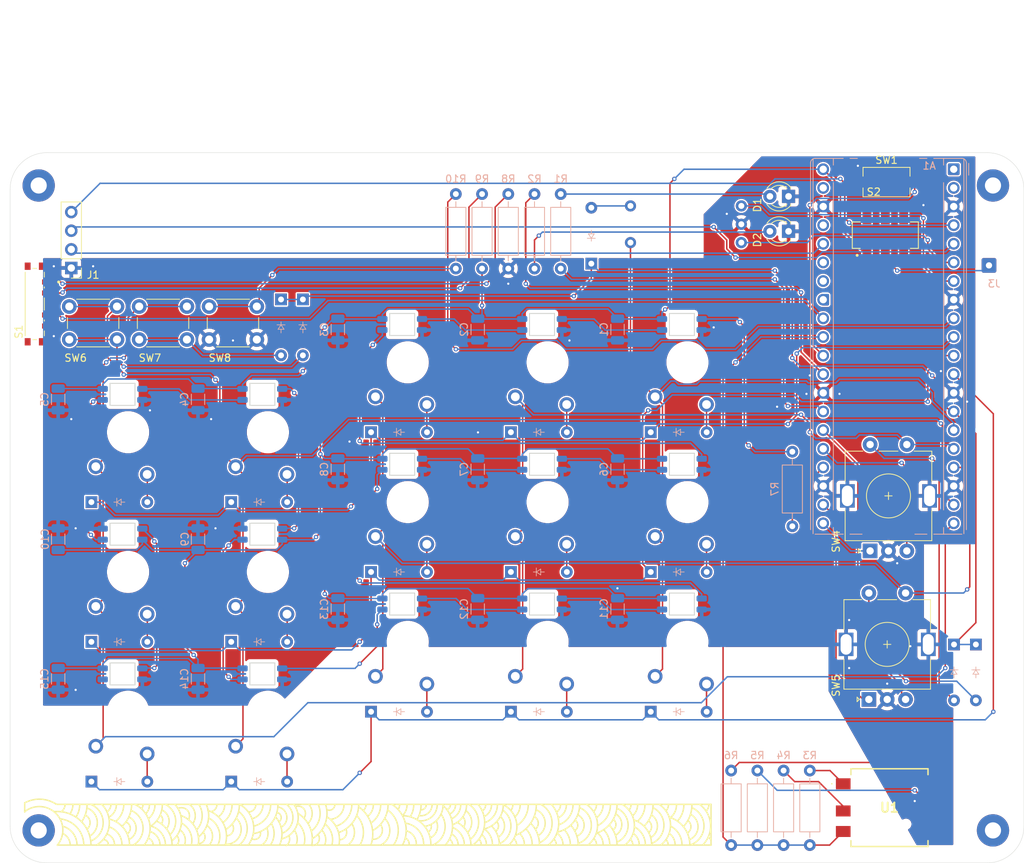
<source format=kicad_pcb>
(kicad_pcb (version 20241229) (generator "pcbnew") (generator_version "9.0")
  (layers (0 "F.Cu" signal) (2 "B.Cu" signal) (13 "F.Paste" user) (15 "B.Paste" user) (5 "F.SilkS" user "F.Silkscreen") (7 "B.SilkS" user "B.Silkscreen") (1 "F.Mask" user) (3 "B.Mask" user) (25 "Edge.Cuts" user))
  (net 0 "")
  (net 1 "SCR A")
  (net 2 "+5V")
  (net 3 "ROW0")
  (net 4 "B1")
  (net 5 "SCL")
  (net 6 "SDA")
  (net 7 "A1")
  (net 9 "COL0")
  (net 10 "SCR B")
  (net 11 "A2")
  (net 12 "5-WAY NAV")
  (net 13 "BACKLIGHT")
  (net 14 "B2")
  (net 15 "Net-(A1-RUN)")
  (net 16 "COL4")
  (net 17 "SP3T")
  (net 19 "LED 2")
  (net 20 "LED 1")
  (net 21 "Net-(D6-DOUT)")
  (net 22 "Net-(D3-DOUT)")
  (net 23 "+3.3V")
  (net 24 "Net-(D4-DOUT)")
  (net 25 "Net-(D10-DIN)")
  (net 26 "Net-(D10-DOUT)")
  (net 27 "Net-(D13-DOUT)")
  (net 28 "Net-(U1-NO_1)")
  (net 29 "Net-(U1-NO_2)")
  (net 30 "Net-(U1-NO_4)")
  (net 31 "Net-(D14-DOUT)")
  (net 32 "Net-(D15-DOUT)")
  (net 33 "Net-(D18-A)")
  (net 34 "Net-(D20-A)")
  (net 35 "Net-(D21-A)")
  (net 36 "Net-(D22-A)")
  (net 37 "Net-(D25-A)")
  (net 38 "Net-(D26-A)")
  (net 39 "Net-(D27-A)")
  (net 40 "Net-(D28-A)")
  (net 41 "Net-(D24-A)")
  (net 42 "Net-(D30-A)")
  (net 43 "Net-(D31-A)")
  (net 44 "Net-(D32-A)")
  (net 45 "Net-(D19-A)")
  (net 51 "GND")
  (net 52 "ROW2")
  (net 53 "ROW1")
  (net 55 "Net-(J3-Pin_1)")
  (net 56 "Net-(U1-CENTER)")
  (net 57 "COL1")
  (net 58 "ROW3")
  (net 59 "COL3")
  (net 60 "S0")
  (net 61 "COL2")
  (net 62 "Net-(D36-A)")
  (net 63 "Net-(D1-A)")
  (net 64 "Net-(D2-A)")
  (net 65 "Net-(D3-DIN)")
  (net 66 "Net-(D5-DOUT)")
  (net 67 "Net-(D11-DOUT)")
  (net 68 "Net-(D29-A)")
  (net 69 "Net-(D23-A)")
  (net 70 "Net-(D8-DOUT)")
  (net 71 "Net-(D12-DOUT)")
  (net 72 "/Switch Matrix/SCR2")
  (net 73 "Net-(D37-A)")
  (net 74 "/Switch Matrix/1S2")
  (net 75 "/Switch Matrix/2S2")
  (net 76 "Net-(R9-Pad2)")
  (net 77 "Net-(R10-Pad2)")
  (net 80 "Net-(R8-Pad2)")
  (net 81 "Net-(D12-DIN)")
  (net 82 "Net-(D11-DIN)")
  (footprint "Button_Switch_THT:SW_PUSH_6mm_H4.3mm" (layer "F.Cu") (at 130.100112 68.592247)
    (property "Reference" "SW7")
    (property "Value" "SW_Push")
  )
  (footprint "LED_THT:LED_D3.0mm" (layer "F.Cu") (at 218.559245 58.340674 180)
    (property "Reference" "D2")
    (property "Value" "LED")
  )
  (footprint "Button_Switch_THT:SW_PUSH_6mm_H4.3mm" (layer "F.Cu") (at 139.62512 68.592247)
    (property "Reference" "SW8")
    (property "Value" "SW_Push")
  )
  (footprint "macropad_components:SW_PCM13SMTR" (layer "F.Cu") (at 115.871535 68.24943 -90)
    (property "Reference" "S1")
    (property "Value" "PCM13SMTR")
  )
  (footprint "macropad_components:SW_KS33_1u" (layer "F.Cu") (at 185.7375 76.2)
    (property "Reference" "MX2" (hide yes))
    (property "Value" "KS33_SW_solder")
  )
  (footprint "macropad_components:SW_KS33_1u" (layer "F.Cu") (at 185.7375 95.25)
    (property "Reference" "MX7" (hide yes))
    (property "Value" "KS33_SW_solder")
  )
  (footprint "macropad_components:SW_KS33_1u" (layer "F.Cu") (at 147.6375 123.825)
    (property "Reference" "MX14" (hide yes))
    (property "Value" "KS33_SW_solder")
  )
  (footprint "macropad_components:MUAS90R" (layer "F.Cu") (at 232.308063 136.897375)
    (property "Reference" "U1")
    (property "Value" "5-Way Nav" (hide yes))
  )
  (footprint "macropad_components:SW_KS33_1u" (layer "F.Cu") (at 204.7875 76.200064)
    (property "Reference" "MX1" (hide yes))
    (property "Value" "KS33_SW_solder")
  )
  (footprint "macropad_components:SW_KS33_1u" (layer "F.Cu") (at 185.7375 114.3)
    (property "Reference" "MX12" (hide yes))
    (property "Value" "KS33_SW_solder")
  )
  (footprint "Rotary_Encoder:RotaryEncoder_Alps_EC11E-Switch_Vertical_H20mm" (layer "F.Cu") (at 229.5 122.145409 90)
    (property "Reference" "SW5")
    (property "Value" "RotaryEncoder_Switch")
  )
  (footprint "macropad_components:SW_KS33_1u" (layer "F.Cu") (at 166.6875 95.25)
    (property "Reference" "MX8" (hide yes))
    (property "Value" "KS33_SW_solder")
  )
  (footprint "Rotary_Encoder:RotaryEncoder_Alps_EC11E-Switch_Vertical_H20mm" (layer "F.Cu") (at 229.67207 101.904767 90)
    (property "Reference" "SW4")
    (property "Value" "RotaryEncoder_Switch")
  )
  (footprint "macropad_components:SW_KS33_1u" (layer "F.Cu") (at 204.7875 95.25)
    (property "Reference" "MX6" (hide yes))
    (property "Value" "KS33_SW_solder")
  )
  (footprint "Connector_PinHeader_2.54mm:PinHeader_1x04_P2.54mm_Vertical" (layer "F.Cu") (at 120.848539 63.3413 180)
    (property "Reference" "J1")
    (property "Value" "OLED_128x32")
  )
  (footprint "macropad_components:CKW12" (layer "F.Cu") (at 204.652316 57.404273 90)
    (property "Reference" "SW3" (hide yes))
    (property "Value" "ScrollEncoder_Switch" (hide yes))
  )
  (footprint "Button_Switch_SMD:SW_Tactile_SPST_NO_Straight_CK_PTS636Sx25SMTRLFS" (layer "F.Cu") (at 231.907484 51.626295)
    (property "Reference" "SW1")
    (property "Value" "RESET_Push")
  )
  (footprint "macropad_components:SW_KS33_1u" (layer "F.Cu") (at 128.5875 123.825)
    (property "Reference" "MX15" (hide yes))
    (property "Value" "KS33_SW_solder")
  )
  (footprint "macropad_components:SW_KS33_1u" (layer "F.Cu") (at 204.7875 114.3)
    (property "Reference" "MX11" (hide yes))
    (property "Value" "KS33_SW_solder")
  )
  (footprint "macropad_components:SW_KS33_1u" (layer "F.Cu") (at 128.587608 104.775088)
    (property "Reference" "MX10" (hide yes))
    (property "Value" "KS33_SW_solder")
  )
  (footprint "macropad_components:SW_KS33_1u" (layer "F.Cu") (at 147.6375 85.725)
    (property "Reference" "MX4" (hide yes))
    (property "Value" "KS33_SW_solder")
  )
  (footprint "macropad_components:SW_KS33_1u" (layer "F.Cu") (at 147.6375 104.775)
    (property "Reference" "MX9" (hide yes))
    (property "Value" "KS33_SW_solder")
  )
  (footprint "macropad_components:SW_KS33_1u" (layer "F.Cu") (at 166.6875 76.2)
    (property "Reference" "MX3" (hide yes))
    (property "Value" "KS33_SW_solder")
  )
  (footprint "LED_THT:LED_D3.0mm" (layer "F.Cu") (at 218.559245 53.57817 180)
    (property "Reference" "D1")
    (property "Value" "LED")
  )
  (footprint "Button_Switch_THT:SW_PUSH_6mm_H4.3mm" (layer "F.Cu") (at 120.575104 68.592247)
    (property "Reference" "SW6")
    (property "Value" "SW_Push")
  )
  (footprint "macropad_components:SW_JS202011SCQN" (layer "F.Cu") (at 231.743143 58.862251)
    (property "Reference" "S2")
    (property "Value" "JS202011SCQN")
  )
  (footprint "macropad_components:SW_KS33_1u" (layer "F.Cu") (at 166.6875 114.3)
    (property "Reference" "MX13" (hide yes))
    (property "Value" "KS33_SW_solder")
  )
  (footprint "macropad_components:SW_KS33_1u" (layer "F.Cu") (at 128.5875 85.725)
    (property "Reference" "MX5" (hide yes))
    (property "Value" "KS33_SW_solder")
  )
  (footprint "MountingHole:MountingHole_2.2mm_M2_Pad" (layer "B.Cu") (at 116.409482 140 180)
    (property "Reference" "H3" (hide yes))
    (property "Value" "Pad")
  )
  (footprint "macropad_components:LED_SK6812MINI" (layer "B.Cu") (at 127.82745 118.668057 180)
    (property "Reference" "D17" (hide yes))
    (property "Value" "LED_SK6812MINI" (hide yes))
    (fp_line (start 1.7 1.5) (end -1.7 1.5) (stroke (width 0.12)) (layer "Edge.Cuts"))
    (fp_line (start 1.7 -1.5) (end 1.7 1.5) (stroke (width 0.12)) (layer "Edge.Cuts"))
    (fp_line (start -1.7 1.5) (end -1.7 -1.5) (stroke (width 0.12)) (layer "Edge.Cuts"))
    (fp_line (start -1.7 -1.5) (end 1.7 -1.5) (stroke (width 0.12)) (layer "Edge.Cuts"))
  )
  (footprint "Resistor_THT:R_Axial_DIN0207_L6.3mm_D2.5mm_P10.16mm_Horizontal" (layer "B.Cu") (at 219.075184 98.544141 90)
    (property "Reference" "R7")
    (property "Value" "330Ω")
  )
  (footprint "macropad_components:LED_SK6812MINI" (layer "B.Cu") (at 184.97745 71.043057 180)
    (property "Reference" "D4" (hide yes))
    (property "Value" "LED_SK6812MINI" (hide yes))
    (fp_line (start 1.7 1.5) (end -1.7 1.5) (stroke (width 0.12)) (layer "Edge.Cuts"))
    (fp_line (start 1.7 -1.5) (end 1.7 1.5) (stroke (width 0.12)) (layer "Edge.Cuts"))
    (fp_line (start -1.7 1.5) (end -1.7 -1.5) (stroke (width 0.12)) (layer "Edge.Cuts"))
    (fp_line (start -1.7 -1.5) (end 1.7 -1.5) (stroke (width 0.12)) (layer "Edge.Cuts"))
  )
  (footprint "Resistor_THT:R_Axial_DIN0207_L6.3mm_D2.5mm_P10.16mm_Horizontal" (layer "B.Cu") (at 173.236083 53.260674 -90)
    (property "Reference" "R10")
    (property "Value" "10k")
  )
  (footprint "Capacitor_SMD:C_1206_3216Metric" (layer "B.Cu") (at 176.212648 90.77195 -90)
    (property "Reference" "C7")
    (property "Value" "0.1uf")
  )
  (footprint "macropad_components:Diode_DO-35" (layer "B.Cu") (at 180.73703 123.825104)
    (property "Reference" "D29" (hide yes))
    (property "Value" "1N4148" (hide yes))
  )
  (footprint "MountingHole:MountingHole_2.2mm_M2_Pad" (layer "B.Cu") (at 246.409482 140 180)
    (property "Reference" "H4" (hide yes))
    (property "Value" "Pad")
  )
  (footprint "macropad_components:Diode_DO-35" (layer "B.Cu") (at 241.101765 114.657287 -90)
    (property "Reference" "D34" (hide yes))
    (property "Value" "1N4148" (hide yes))
  )
  (footprint "Capacitor_SMD:C_1206_3216Metric" (layer "B.Cu") (at 195.262664 109.821966 -90)
    (property "Reference" "C11")
    (property "Value" "0.1uf")
  )
  (footprint "macropad_components:Diode_DO-35" (layer "B.Cu") (at 149.423563 67.62756 -90)
    (property "Reference" "D37" (hide yes))
    (property "Value" "1N4148" (hide yes))
  )
  (footprint "macropad_components:LED_SK6812MINI" (layer "B.Cu") (at 165.92745 71.043057 180)
    (property "Reference" "D5" (hide yes))
    (property "Value" "LED_SK6812MINI" (hide yes))
    (fp_line (start 1.7 1.5) (end -1.7 1.5) (stroke (width 0.12)) (layer "Edge.Cuts"))
    (fp_line (start 1.7 -1.5) (end 1.7 1.5) (stroke (width 0.12)) (layer "Edge.Cuts"))
    (fp_line (start -1.7 1.5) (end -1.7 -1.5) (stroke (width 0.12)) (layer "Edge.Cuts"))
    (fp_line (start -1.7 -1.5) (end 1.7 -1.5) (stroke (width 0.12)) (layer "Edge.Cuts"))
  )
  (footprint "MountingHole:MountingHole_2.2mm_M2_Pad" (layer "B.Cu") (at 246.409482 52.094678 180)
    (property "Reference" "H2" (hide yes))
    (property "Value" "Pad")
  )
  (footprint "macropad_components:LED_SK6812MINI" (layer "B.Cu") (at 204.02745 71.043057 180)
    (property "Reference" "D3" (hide yes))
    (property "Value" "LED_SK6812MINI" (hide yes))
    (fp_line (start 1.7 1.5) (end -1.7 1.5) (stroke (width 0.12)) (layer "Edge.Cuts"))
    (fp_line (start 1.7 -1.5) (end 1.7 1.5) (stroke (width 0.12)) (layer "Edge.Cuts"))
    (fp_line (start -1.7 1.5) (end -1.7 -1.5) (stroke (width 0.12)) (layer "Edge.Cuts"))
    (fp_line (start -1.7 -1.5) (end 1.7 -1.5) (stroke (width 0.12)) (layer "Edge.Cuts"))
  )
  (footprint "Resistor_THT:R_Axial_DIN0207_L6.3mm_D2.5mm_P10.16mm_Horizontal" (layer "B.Cu") (at 217.884558 142.00199 90)
    (property "Reference" "R4")
    (property "Value" "18k")
  )
  (footprint "macropad_components:Diode_DO-35" (layer "B.Cu") (at 161.687014 123.825104)
    (property "Reference" "D30" (hide yes))
    (property "Value" "1N4148" (hide yes))
  )
  (footprint "MountingHole:MountingHole_2.2mm_M2_Pad" (layer "B.Cu") (at 116.409482 52.094678 180)
    (property "Reference" "H1" (hide yes))
    (property "Value" "Pad")
  )
  (footprint "Capacitor_SMD:C_1206_3216Metric" (layer "B.Cu") (at 176.212648 71.721934 -90)
    (property "Reference" "C2")
    (property "Value" "0.1uf")
  )
  (footprint "Resistor_THT:R_Axial_DIN0207_L6.3mm_D2.5mm_P10.16mm_Horizontal" (layer "B.Cu") (at 210.740802 142.00199 90)
    (property "Reference" "R6")
    (property "Value" "33k")
  )
  (footprint "macropad_components:Diode_DO-35" (layer "B.Cu") (at 142.636998 114.300096)
    (property "Reference" "D26" (hide yes))
    (property "Value" "1N4148" (hide yes))
  )
  (footprint "macropad_components:LED_SK6812MINI" (layer "B.Cu") (at 184.97745 90.093057 180)
    (property "Reference" "D9" (hide yes))
    (property "Value" "LED_SK6812MINI" (hide yes))
    (fp_line (start 1.7 1.5) (end -1.7 1.5) (stroke (width 0.12)) (layer "Edge.Cuts"))
    (fp_line (start 1.7 -1.5) (end 1.7 1.5) (stroke (width 0.12)) (layer "Edge.Cuts"))
    (fp_line (start -1.7 1.5) (end -1.7 -1.5) (stroke (width 0.12)) (layer "Edge.Cuts"))
    (fp_line (start -1.7 -1.5) (end 1.7 -1.5) (stroke (width 0.12)) (layer "Edge.Cuts"))
  )
  (footprint "macropad_components:Diode_DO-35" (layer "B.Cu") (at 123.586982 133.350112)
    (property "Reference" "D32" (hide yes))
    (property "Value" "1N4148" (hide yes))
  )
  (footprint "macropad_components:Diode_DO-35" (layer "B.Cu") (at 199.786875 85.725072)
    (property "Reference" "D18" (hide yes))
    (property "Value" "1N4148" (hide yes))
  )
  (footprint "macropad_components:Diode_DO-35" (layer "B.Cu") (at 152.400128 67.62756 -90)
    (property "Reference" "D36" (hide yes))
    (property "Value" "1N4148" (hide yes))
  )
  (footprint "Capacitor_SMD:C_1206_3216Metric" (layer "B.Cu") (at 195.262664 90.771934 -90)
    (property "Reference" "C6")
    (property "Value" "0.1uf")
  )
  (footprint "Resistor_THT:R_Axial_DIN0207_L6.3mm_D2.5mm_P10.16mm_Horizontal" (layer "B.Cu") (at 214.31268 142.00199 90)
    (property "Reference" "R5")
    (property "Value" "5.1k")
  )
  (footprint "Resistor_THT:R_Axial_DIN0207_L6.3mm_D2.5mm_P10.16mm_Horizontal" (layer "B.Cu") (at 187.523595 63.420674 90)
    (property "Reference" "R1")
    (property "Value" "330")
  )
  (footprint "macropad_components:LED_SK6812MINI" (layer "B.Cu") (at 146.87745 118.668057 180)
    (property "Reference" "D16" (hide yes))
    (property "Value" "LED_SK6812MINI" (hide yes))
    (fp_line (start 1.7 1.5) (end -1.7 1.5) (stroke (width 0.12)) (layer "Edge.Cuts"))
    (fp_line (start 1.7 -1.5) (end 1.7 1.5) (stroke (width 0.12)) (layer "Edge.Cuts"))
    (fp_line (start -1.7 1.5) (end -1.7 -1.5) (stroke (width 0.12)) (layer "Edge.Cuts"))
    (fp_line (start -1.7 -1.5) (end 1.7 -1.5) (stroke (width 0.12)) (layer "Edge.Cuts"))
  )
  (footprint "macropad_components:Diode_DO-35" (layer "B.Cu") (at 161.686875 85.725)
    (property "Reference" "D20" (hide yes))
    (property "Value" "1N4148" (hide yes))
  )
  (footprint "macropad_components:LED_SK6812MINI" (layer "B.Cu") (at 127.82745 80.568057 180)
    (property "Reference" "D7" (hide yes))
    (property "Value" "LED_SK6812MINI" (hide yes))
    (fp_line (start 1.7 1.5) (end -1.7 1.5) (stroke (width 0.12)) (layer "Edge.Cuts"))
    (fp_line (start 1.7 -1.5) (end 1.7 1.5) (stroke (width 0.12)) (layer "Edge.Cuts"))
    (fp_line (start -1.7 1.5) (end -1.7 -1.5) (stroke (width 0.12)) (layer "Edge.Cuts"))
    (fp_line (start -1.7 -1.5) (end 1.7 -1.5) (stroke (width 0.12)) (layer "Edge.Cuts"))
  )
  (footprint "Capacitor_SMD:C_1206_3216Metric" (layer "B.Cu") (at 138.112616 100.296958 90)
    (property "Reference" "C9")
    (property "Value" "0.1uf")
  )
  (footprint "macropad_components:Diode_DO-35" (layer "B.Cu") (at 142.636998 133.350112)
    (property "Reference" "D31" (hide yes))
    (property "Value" "1N4148" (hide yes))
  )
  (footprint "Capacitor_SMD:C_1206_3216Metric" (layer "B.Cu") (at 157.162632 109.821966 -90)
    (property "Reference" "C13")
    (property "Value" "0.1uf")
  )
  (footprint "Capacitor_SMD:C_1206_3216Metric" (layer "B.Cu") (at 138.112616 81.246934 -90)
    (property "Reference" "C4")
    (property "Value" "0.1uf")
  )
  (footprint "macropad_components:Diode_DO-35" (layer "B.Cu") (at 161.687014 104.775088)
    (property "Reference" "D25" (hide yes))
    (property "Value" "1N4148" (hide yes))
  )
  (footprint "Resistor_THT:R_Axial_DIN0207_L6.3mm_D2.5mm_P10.16mm_Horizontal" (layer "B.Cu") (at 183.951717 53.260674 -90)
    (property "Reference" "R2")
    (property "Value" "330")
  )
  (footprint "macropad_components:LED_SK6812MINI" (layer "B.Cu") (at 184.97745 109.143057 180)
    (property "Reference" "D14" (hide yes))
    (property "Value" "LED_SK6812MINI" (hide yes))
    (fp_line (start 1.7 1.5) (end -1.7 1.5) (stroke (width 0.12)) (layer "Edge.Cuts"))
    (fp_line (start 1.7 -1.5) (end 1.7 1.5) (stroke (width 0.12)) (layer "Edge.Cuts"))
    (fp_line (start -1.7 1.5) (end -1.7 -1.5) (stroke (width 0.12)) (layer "Edge.Cuts"))
    (fp_line (start -1.7 -1.5) (end 1.7 -1.5) (stroke (width 0.12)) (layer "Edge.Cuts"))
  )
  (footprint "macropad_components:Diode_DO-35" (layer "B.Cu") (at 199.787046 123.825104)
    (property "Reference" "D28" (hide yes))
    (property "Value" "1N4148" (hide yes))
  )
  (footprint "macropad_components:Diode_DO-35" (layer "B.Cu") (at 191.690786 62.745987 90)
    (property "Reference" "D33" (hide yes))
    (property "Value" "1N4148" (hide yes))
  )
  (footprint "Resistor_THT:R_Axial_DIN0207_L6.3mm_D2.5mm_P10.16mm_Horizontal" (layer "B.Cu") (at 176.807961 63.420674 90)
    (property "Reference" "R9")
    (property "Value" "10k")
  )
  (footprint "macropad_components:LED_SK6812MINI" (layer "B.Cu") (at 165.92745 90.093057 180)
    (property "Reference" "D10" (hide yes))
    (property "Value" "LED_SK6812MINI" (hide yes))
    (fp_line (start 1.7 1.5) (end -1.7 1.5) (stroke (width 0.12)) (layer "Edge.Cuts"))
    (fp_line (start 1.7 -1.5) (end 1.7 1.5) (stroke (width 0.12)) (layer "Edge.Cuts"))
    (fp_line (start -1.7 1.5) (end -1.7 -1.5) (stroke (width 0.12)) (layer "Edge.Cuts"))
    (fp_line (start -1.7 -1.5) (end 1.7 -1.5) (stroke (width 0.12)) (layer "Edge.Cuts"))
  )
  (footprint "Capacitor_SMD:C_1206_3216Metric" (layer "B.Cu") (at 119.0626 81.246934 -90)
    (property "Reference" "C5")
    (property "Value" "0.1uf")
  )
  (footprint "Capacitor_SMD:C_1206_3216Metric" (layer "B.Cu") (at 176.212648 109.821966 -90)
    (property "Reference" "C12")
    (property "Value" "0.1uf")
  )
  (footprint "Resistor_THT:R_Axial_DIN0207_L6.3mm_D2.5mm_P10.16mm_Horizontal" (layer "B.Cu") (at 180.379839 63.420674 90)
    (property "Reference" "R8")
    (property "Value" "10k")
  )
  (footprint "macropad_components:Diode_DO-35" (layer "B.Cu") (at 142.636875 95.25)
    (property "Reference" "D21" (hide yes))
    (property "Value" "1N4148" (hide yes))
  )
  (footprint "macropad_components:LED_SK6812MINI" (layer "B.Cu") (at 204.02745 90.093057 180)
    (property "Reference" "D8" (hide yes))
    (property "Value" "LED_SK6812MINI" (hide yes))
    (fp_line (start 1.7 1.5) (end -1.7 1.5) (stroke (width 0.12)) (layer "Edge.Cuts"))
    (fp_line (start 1.7 -1.5) (end 1.7 1.5) (stroke (width 0.12)) (layer "Edge.Cuts"))
    (fp_line (start -1.7 1.5) (end -1.7 -1.5) (stroke (width 0.12)) (layer "Edge.Cuts"))
    (fp_line (start -1.7 -1.5) (end 1.7 -1.5) (stroke (width 0.12)) (layer "Edge.Cuts"))
  )
  (footprint "Resistor_THT:R_Axial_DIN0207_L6.3mm_D2.5mm_P10.16mm_Horizontal" (layer "B.Cu") (at 221.456436 142.00199 90)
    (property "Reference" "R3")
    (property "Value" "12k")
  )
  (footprint "macropad_components:LED_SK6812MINI" (layer "B.Cu") (at 146.87745 80.568057 180)
    (property "Reference" "D6" (hide yes))
    (property "Value" "LED_SK6812MINI" (hide yes))
    (fp_line (start 1.7 1.5) (end -1.7 1.5) (stroke (width 0.12)) (layer "Edge.Cuts"))
    (fp_line (start 1.7 -1.5) (end 1.7 1.5) (stroke (width 0.12)) (layer "Edge.Cuts"))
    (fp_line (start -1.7 1.5) (end -1.7 -1.5) (stroke (width 0.12)) (layer "Edge.Cuts"))
    (fp_line (start -1.7 -1.5) (end 1.7 -1.5) (stroke (width 0.12)) (layer "Edge.Cuts"))
  )
  (footprint "macropad_components:Diode_DO-35" (layer "B.Cu") (at 180.736875 85.725)
    (property "Reference" "D19" (hide yes))
    (property "Value" "1N4148" (hide yes))
  )
  (footprint "macropad_components:LED_SK6812MINI" (layer "B.Cu") (at 165.92745 109.143057 180)
    (property "Reference" "D15" (hide yes))
    (property "Value" "LED_SK6812MINI" (hide yes))
    (fp_line (start 1.7 1.5) (end -1.7 1.5) (stroke (width 0.12)) (layer "Edge.Cuts"))
    (fp_line (start 1.7 -1.5) (end 1.7 1.5) (stroke (width 0.12)) (layer "Edge.Cuts"))
    (fp_line (start -1.7 1.5) (end -1.7 -1.5) (stroke (width 0.12)) (layer "Edge.Cuts"))
    (fp_line (start -1.7 -1.5) (end 1.7 -1.5) (stroke (width 0.12)) (layer "Edge.Cuts"))
  )
  (footprint "Module:RaspberryPi_Pico_Common_THT" (layer "B.Cu") (at 241.06207 49.880991 180)
    (property "Reference" "A1")
    (property "Value" "RaspberryPi_Pico")
  )
  (footprint "macropad_components:LED_SK6812MINI" (layer "B.Cu") (at 127.82745 99.618057)
    (property "Reference" "D12" (hide yes))
    (property "Value" "LED_SK6812MINI" (hide yes))
    (fp_line (start -1.7 -1.5) (end 1.7 -1.5) (stroke (width 0.12)) (layer "Edge.Cuts"))
    (fp_line (start -1.7 1.5) (end -1.7 -1.5) (stroke (width 0.12)) (layer "Edge.Cuts"))
    (fp_line (start 1.7 -1.5) (end 1.7 1.5) (stroke (width 0.12)) (layer "Edge.Cuts"))
    (fp_line (start 1.7 1.5) (end -1.7 1.5) (stroke (width 0.12)) (layer "Edge.Cuts"))
  )
  (footprint "Capacitor_SMD:C_1206_3216Metric" (layer "B.Cu") (at 119.0626 100.296958 90)
    (property "Reference" "C10")
    (property "Value" "0.1uf")
  )
  (footprint "macropad_components:Diode_DO-35" (layer "B.Cu") (at 199.787046 104.775088)
    (property "Reference" "D23" (hide yes))
    (property "Value" "1N4148" (hide yes))
  )
  (footprint "macropad_components:Diode_DO-35" (layer "B.Cu") (at 123.586982 114.300096)
    (property "Reference" "D27" (hide yes))
    (property "Value" "1N4148" (hide yes))
  )
  (footprint "Capacitor_SMD:C_1206_3216Metric" (layer "B.Cu") (at 138.112616 119.346974 -90)
    (property "Reference" "C14")
    (property "Value" "0.1uf")
  )
  (footprint "Capacitor_SMD:C_1206_3216Metric" (layer "B.Cu") (at 157.162632 71.721934 -90)
    (property "Reference" "C3")
    (property "Value" "0.1uf")
  )
  (footprint "Connector_Wire:SolderWire-0.25sqmm_1x01_D0.65mm_OD2mm" (layer "B.Cu") (at 245.864269 62.985325 180)
    (property "Reference" "J3")
    (property "Value" "01x01_Pin")
  )
  (footprint "macropad_components:Diode_DO-35" (layer "B.Cu") (at 180.73703 104.775)
    (property "Reference" "D24" (hide yes))
    (property "Value" "1N4148" (hide yes))
  )
  (footprint "macropad_components:LED_SK6812MINI" (layer "B.Cu") (at 204.02745 109.143057 180)
    (property "Reference" "D13" (hide yes))
    (property "Value" "LED_SK6812MINI" (hide yes))
    (fp_line (start 1.7 1.5) (end -1.7 1.5) (stroke (width 0.12)) (layer "Edge.Cuts"))
    (fp_line (start 1.7 -1.5) (end 1.7 1.5) (stroke (width 0.12)) (layer "Edge.Cuts"))
    (fp_line (start -1.7 1.5) (end -1.7 -1.5) (stroke (width 0.12)) (layer "Edge.Cuts"))
    (fp_line (start -1.7 -1.5) (end 1.7 -1.5) (stroke (width 0.12)) (layer "Edge.Cuts"))
  )
  (footprint "macropad_components:Diode_DO-35" (layer "B.Cu") (at 123.586875 95.25)
    (property "Reference" "D22" (hide yes))
    (property "Value" "1N4148" (hide yes))
  )
  (footprint "Capacitor_SMD:C_1206_3216Metric" (layer "B.Cu") (at 157.162632 90.77195 -90)
    (property "Reference" "C8")
    (property "Value" "0.1uf")
  )
  (footprint "Capacitor_SMD:C_1206_3216Metric" (layer "B.Cu") (at 119.0626 119.346974 -90)
    (property "Reference" "C15")
    (property "Value" "0.1uf")
  )
  (footprint "macropad_components:Diode_DO-35" (layer "B.Cu") (at 244.078144 114.657287 -90)
    (property "Reference" "D35" (hide yes))
    (property "Value" "1N4148" (hide yes))
  )
  (footprint "macropad_components:LED_SK6812MINI" (layer "B.Cu") (at 146.87745 99.618057)
    (property "Reference" "D11" (hide yes))
    (property "Value" "LED_SK6812MINI" (hide yes))
    (fp_line (start -1.7 -1.5) (end 1.7 -1.5) (stroke (width 0.12)) (layer "Edge.Cuts"))
    (fp_line (start -1.7 1.5) (end -1.7 -1.5) (stroke (width 0.12)) (layer "Edge.Cuts"))
    (fp_line (start 1.7 -1.5) (end 1.7 1.5) (stroke (width 0.12)) (layer "Edge.Cuts"))
    (fp_line (start 1.7 1.5) (end -1.7 1.5) (stroke (width 0.12)) (layer "Edge.Cuts"))
  )
  (footprint "Capacitor_SMD:C_1206_3216Metric" (layer "B.Cu") (at 195.262664 71.721934 -90)
    (property "Reference" "C1")
    (property "Value" "0.1uf")
  )
  (gr_arc (start 204.3 136.5) (mid 204.089139 137.660698) (end 203.483503 138.673065) (stroke (width 0.2)) (layer "F.SilkS"))
  (gr_arc (start 171.58452 136.694846) (mid 172.782277 139.30315) (end 171.8 142) (stroke (width 0.2)) (layer "F.SilkS"))
  (gr_arc (start 155 140) (mid 155.481211 140.919875) (end 155.384016 141.953455) (stroke (width 0.2)) (layer "F.SilkS"))
  (gr_arc (start 139.423093 139.4) (mid 140.082666 140.621141) (end 139.676566 141.948283) (stroke (width 0.2)) (layer "F.SilkS"))
  (gr_arc (start 167.5 136.5) (mid 167.380361 137.338763) (end 167.030984 138.110626) (stroke (width 0.2)) (layer "F.SilkS"))
  (gr_arc (start 181 136.5) (mid 180.936278 136.902018) (end 180.751358 137.264624) (stroke (width 0.2)) (layer "F.SilkS"))
  (gr_arc (start 205.4 136.9) (mid 207.035643 139.538007) (end 205.141628 141.997096) (stroke (width 0.2)) (layer "F.SilkS"))
  (gr_arc (start 139.548823 138.30051) (mid 140.937984 139.891369) (end 140.818499 142) (stroke (width 0.2)) (layer "F.SilkS"))
  (gr_arc (start 179.3 138.1) (mid 179.861469 139.56502) (end 179.037664 140.900263) (stroke (width 0.2)) (layer "F.SilkS"))
  (gr_arc (start 187.5 136.5) (mid 187.377978 137.027222) (end 187.036729 137.447223) (stroke (width 0.2)) (layer "F.SilkS"))
  (gr_arc (start 151.75 137.690988) (mid 153.344545 139.544058) (end 153.613843 141.973856) (stroke (width 0.2)) (layer "F.SilkS"))
  (gr_arc (start 133.25 136.5) (mid 132.835861 138.151503) (end 131.691451 139.412176) (stroke (width 0.2)) (layer "F.SilkS"))
  (gr_arc (start 172.5 136.5) (mid 172.384389 136.885344) (end 172.075744 137.143402) (stroke (width 0.2)) (layer "F.SilkS"))
  (gr_line (start 118.959508 142) (end 208 142) (stroke (width 0.2)) (layer "F.SilkS"))
  (gr_arc (start 186.3 136.5) (mid 187.23797 139.329407) (end 185.859835 141.972526) (stroke (width 0.2)) (layer "F.SilkS"))
  (gr_arc (start 171.265619 137.853372) (mid 171.673901 140.205282) (end 170.1 142) (stroke (width 0.2)) (layer "F.SilkS"))
  (gr_arc (start 142.755002 139.140074) (mid 142.853867 140.168089) (end 141.999574 140.748411) (stroke (width 0.2)) (layer "F.SilkS"))
  (gr_arc (start 135.25 140.75) (mid 135.494788 141.368268) (end 135.228518 141.977593) (stroke (width 0.2)) (layer "F.SilkS"))
  (gr_arc (start 114.5 137.45041) (mid 118.786368 137.709312) (end 118.959508 142) (stroke (width 0.2)) (layer "F.SilkS"))
  (gr_arc (start 184.9 136.5) (mid 186.346233 139.125149) (end 184.719795 141.642628) (stroke (width 0.2)) (layer "F.SilkS"))
  (gr_arc (start 138.802851 140.255528) (mid 139.007298 141.242692) (end 138.170554 141.804967) (stroke (width 0.2)) (layer "F.SilkS"))
  (gr_arc (start 149 136.8) (mid 150.19633 137.97957) (end 149.507028 139.511711) (stroke (width 0.2)) (layer "F.SilkS"))
  (gr_arc (start 171.5 136.5) (mid 170.794468 138.432723) (end 169.009721 139.45638) (stroke (width 0.2)) (layer "F.SilkS"))
  (gr_arc (start 126.25 136.45041) (mid 126.118034 137.009427) (end 125.75 137.45041) (stroke (width 0.2)) (layer "F.SilkS"))
  (gr_arc (start 159.988384 136.76641) (mid 161.701239 139.103025) (end 161.666844 142) (stroke (width 0.2)) (layer "F.SilkS"))
  (gr_arc (start 188 139.9) (mid 188.608234 140.822755) (end 188.838247 141.903736) (stroke (width 0.2)) (layer "F.SilkS"))
  (gr_arc (start 187.056734 140.4) (mid 187.6161 141.066469) (end 187.83501 141.908579) (stroke (width 0.2)) (layer "F.SilkS"))
  (gr_arc (start 186.6 141.2) (mid 186.843825 141.552557) (end 186.929694 141.972526) (stroke (width 0.2)) (layer "F.SilkS"))
  (gr_arc (start 135.853665 138) (mid 137.713915 139.555992) (end 138.150487 141.941582) (stroke (width 0.2)) (layer "F.SilkS"))
  (gr_arc (start 179.7 137.3) (mid 180.719724 139.727179) (end 179.134369 141.829009) (stroke (width 0.2)) (layer "F.SilkS"))
  (gr_arc (start 182 136.500002) (mid 181.824923 137.380173) (end 181.326346 138.126346) (stroke (width 0.2)) (layer "F.SilkS"))
  (gr_arc (start 178.1 136.5) (mid 177.831172 137.446316) (end 177.104985 138.10997) (stroke (width 0.2)) (layer "F.SilkS"))
  (gr_arc (start 131.499999 136.5) (mid 131.366788 137.169695) (end 130.987437 137.737436) (stroke (width 0.2)) (layer "F.SilkS"))
  (gr_arc (start 172.7 140.5) (mid 173.296268 141.093784) (end 173.546297 141.897276) (stroke (width 0.2)) (layer "F.SilkS"))
  (gr_arc (start 173.4 138.9) (mid 174.779235 140.185019) (end 175.288553 142) (stroke (width 0.2)) (layer "F.SilkS"))
  (gr_arc (start 174.183584 138.151824) (mid 174.488977 138.829777) (end 174.275589 139.542062) (stroke (width 0.2)) (layer "F.SilkS"))
  (gr_arc (start 188.3 136.5) (mid 188.001302 137.551462) (end 187.194427 138.288854) (stroke (width 0.2)) (layer "F.SilkS"))
  (gr_arc (start 153.25 136.5) (mid 153.662779 137.789645) (end 153.11951 139.02998) (stroke (width 0.2)) (layer "F.SilkS"))
  (gr_arc (start 135.75 140) (mid 136.321335 140.879248) (end 136.28996 141.92735) (stroke (width 0.2)) (layer "F.SilkS"))
  (gr_arc (start 114.5 136.25) (mid 116.674827 135.747735) (end 118.800424 136.428893) (stroke (width 0.2)) (layer "F.SilkS"))
  (gr_arc (start 154.5 136.5) (mid 154.648567 138.452082) (end 153.560148 140.079361) (stroke (width 0.2)) (layer "F.SilkS"))
  (gr_arc (start 149.000002 136.5) (mid 148.046702 139.091837) (end 145.641193 140.448277) (stroke (width 0.2)) (layer "F.SilkS"))
  (gr_arc (start 192.556742 140.381785) (mid 193.104523 141.069528) (end 193.3 141.926759) (stroke (width 0.2)) (layer "F.SilkS"))
  (gr_arc (start 143.779874 136.44665) (mid 145.627089 138.956798) (end 144.954806 142) (stroke (width 0.2)) (layer "F.SilkS"))
  (gr_arc (start 169.2 136.5) (mid 168.994975 136.994975) (end 168.5 137.2) (stroke (width 0.2)) (layer "F.SilkS"))
  (gr_arc (start 122.813533 137.95041) (mid 123.403413 138.842934) (end 122.991909 139.830467) (stroke (width 0.2)) (layer "F.SilkS"))
  (gr_arc (start 146.6 140.2) (mid 146.34444 141.03921) (end 145.476746 141.168409) (stroke (width 0.2)) (layer "F.SilkS"))
  (gr_arc (start 170.7 136.5) (mid 169.946729 138.1574) (end 168.202751 138.679826) (stroke (width 0.2)) (layer "F.SilkS"))
  (gr_arc (start 145.980581 136.5) (mid 145.693375 137.193375) (end 145 137.480581) (stroke (width 0.2)) (layer "F.SilkS"))
  (gr_line (start 208 142) (end 208 136.45041) (stroke (width 0.2)) (layer "F.SilkS"))
  (gr_arc (start 151.4 136.75) (mid 152.553367 137.088859) (end 152.554972 138.290973) (stroke (width 0.2)) (layer "F.SilkS"))
  (gr_arc (start 176.4 141.2) (mid 176.614693 141.533588) (end 176.689854 141.923107) (stroke (width 0.2)) (layer "F.SilkS"))
  (gr_arc (start 197.1 136.5) (mid 197.028194 136.890919) (end 196.82215 137.2308) (stroke (width 0.2)) (layer "F.SilkS"))
  (gr_arc (start 197.560192 138.6) (mid 199.255951 139.877686) (end 199.901757 141.900312) (stroke (width 0.2)) (layer "F.SilkS"))
  (gr_arc (start 184.2 136.5) (mid 183.426303 139.02283) (end 181.371258 140.678145) (stroke (width 0.2)) (layer "F.SilkS"))
  (gr_arc (start 159.75 138) (mid 160.630505 139.90748) (end 160.183361 141.960241) (stroke (width 0.2)) (layer "F.SilkS"))
  (gr_arc (start 154.5 140.6) (mid 154.506223 141.602487) (end 153.606502 142.044664) (stroke (width 0.2)) (layer "F.SilkS"))
  (gr_arc (start 119.75 139.45041) (mid 121.095403 140.398989) (end 121.628476 141.956469) (stroke (width 0.2)) (layer "F.SilkS"))
  (gr_arc (start 192.4 136.5) (mid 192.301043 136.997488) (end 192.019239 137.419239) (stroke (width 0.2)) (layer "F.SilkS"))
  (gr_arc (start 148.008322 136.5) (mid 147.393393 138.322545) (end 145.8 139.4) (stroke (width 0.2)) (layer "F.SilkS"))
  (gr_arc (start 159.057589 139.078982) (mid 159.392533 140.656978) (end 158.500859 142.00129) (stroke (width 0.2)) (layer "F.SilkS"))
  (gr_arc (start 151.2 136.5) (mid 151.586296 139.260161) (end 149.542197 141.154725) (stroke (width 0.2)) (layer "F.SilkS"))
  (gr_arc (start 135.4 137) (mid 136.661657 137.256386) (end 136.812647 138.534946) (stroke (width 0.2)) (layer "F.SilkS"))
  (gr_arc (start 195.1 137.8) (mid 195.845157 139.272595) (end 194.976052 140.67561) (stroke (width 0.2)) (layer "F.SilkS"))
  (gr_arc (start 183.1 136.5) (mid 182.72933 138.043749) (end 181.698141 139.250896) (stroke (width 0.2)) (layer "F.SilkS"))
  (gr_arc (start 170.577892 138.716013) (mid 170.651282 140.015471) (end 169.8 141) (stroke (width 0.2)) (layer "F.SilkS"))
  (gr_arc (start 139.450075 137.277416) (mid 141.611707 139.147748) (end 141.8 142) (stroke (width 0.2)) (layer "F.SilkS"))
  (gr_arc (start 150.276547 136.538413) (mid 151.004446 138.671128) (end 149.55572 140.397253) (stroke (width 0.2)) (layer "F.SilkS"))
  (gr_arc (start 131.691451 139.412175) (mid 133.124508 140.368618) (end 133.678608 142) (stroke (width 0.2)) (layer "F.SilkS"))
  (gr_arc (start 195.2 137) (mid 196.707936 139.284041) (end 195.229189 141.587087) (stroke (width 0.2)) (layer "F.SilkS"))
  (gr_arc (start 151.75 139) (mid 152.53267 140.320956) (end 152.586726 141.855418) (stroke (width 0.2)) (layer "F.SilkS"))
  (gr_arc (start 131.447213 141.105573) (mid 131.85065 141.474269) (end 132 142) (stroke (width 0.2)) (layer "F.SilkS"))
  (gr_arc (start 126.999999 136.45041) (mid 126.719437 137.471946) (end 125.956466 138.206877) (stroke (width 0.2)) (layer "F.SilkS"))
  (gr_arc (start 173.2 136.5) (mid 172.990911 137.236024) (end 172.426099 137.752198) (stroke (width 0.2)) (layer "F.SilkS"))
  (gr_arc (start 190.1 136.9) (mid 191.6984 139.391205) (end 189.929265 141.764208) (stroke (width 0.2)) (layer "F.SilkS"))
  (gr_arc (start 133.25 137.25) (mid 134.136943 138.385422) (end 133.815691 139.789931) (stroke (width 0.2)) (layer "F.SilkS"))
  (gr_arc (start 178.9 136.5) (mid 178.419671 138.005655) (end 177.156157 138.954994) (stroke (width 0.2)) (layer "F.SilkS"))
  (gr_arc (start 155.658833 138.140446) (mid 157.065141 139.760255) (end 157.336664 141.888109) (stroke (width 0.2)) (layer "F.SilkS"))
  (gr_arc (start 174.7 136.5) (mid 174.183584 138.151825) (end 172.818258 139.215355) (stroke (width 0.2)) (layer "F.SilkS"))
  (gr_arc (start 129.062944 137.30827) (mid 130.621217 139.534782) (end 129.376101 141.95041) (stroke (width 0.2)) (layer "F.SilkS"))
  (gr_arc (start 130.616026 136.5) (mid 130.575341 136.762324) (end 130.457107 137) (stroke (width 0.2)) (layer "F.SilkS"))
  (gr_arc (start 143.75 137.5) (mid 144.816847 139.745314) (end 143.73782 141.984799) (stroke (width 0.2)) (layer "F.SilkS"))
  (gr_arc (start 164.534661 136.446084) (mid 166.340252 138.941779) (end 165.971559 142) (stroke (width 0.2)) (layer "F.SilkS"))
  (gr_arc (start 198 136.5) (mid 197.834295 137.297097) (end 197.364637 137.962111) (stroke (width 0.2)) (layer "F.SilkS"))
  (gr_arc (start 207.616128 140.910808) (mid 207.823202 141.088823) (end 207.985658 141.308315) (stroke (width 0.2)) (layer "F.SilkS"))
  (gr_arc (start 121.070634 136.45041) (mid 120.975565 137.102551) (end 120.698271 137.70041) (stroke (width 0.2)) (layer "F.SilkS"))
  (gr_arc (start 123 136.95041) (mid 124.388687 138.736343) (end 123.385433 140.764025) (stroke (width 0.2)) (layer "F.SilkS"))
  (gr_arc (start 140.684077 136.5) (mid 140.493646 137.065235) (end 140 137.4) (stroke (width 0.2)) (layer "F.SilkS"))
  (gr_arc (start 135 136.5) (mid 135.853665 139.005795) (end 134.629836 141.353133) (stroke (width 0.2)) (layer "F.SilkS"))
  (gr_arc (start 125.98988 139.51674) (mid 127.266256 140.447647) (end 127.753522 141.95041) (stroke (width 0.2)) (layer "F.SilkS"))
  (gr_arc (start 206.5 136.5) (mid 207.934051 139.115067) (end 206.926676 141.922249) (stroke (width 0.2)) (layer "F.SilkS"))
  (gr_arc (start 128.278567 138.863898) (mid 128.882855 139.588265) (end 128.5 140.45041) (stroke (width 0.2)) (layer "F.SilkS"))
  (gr_arc (start 133.75 136.5) (mid 135.049029 138.392996) (end 134.320028 140.570028) (stroke (width 0.2)) (layer "F.SilkS"))
  (gr_arc (start 164 137.25) (mid 165.352574 139.469937) (end 164.747248 141.99801) (stroke (width 0.2)) (layer "F.SilkS"))
  (gr_arc (start 175.1 136.5) (mid 176.339315 138.797917) (end 175.262408 141.176276) (stroke (width 0.2)) (layer "F.SilkS"))
  (gr_arc (start 200.1 136.5) (mid 199.787906 138.069002) (end 198.899138 139.399138) (stroke (width 0.2)) (layer "F.SilkS"))
  (gr_arc (start 131.6 140.157045) (mid 132.56834 140.861232) (end 132.938165 142) (stroke (width 0.2)) (layer "F.SilkS"))
  (gr_arc (start 148.093369 139.035955) (mid 148.476455 140.501335) (end 148.008082 141.941723) (stroke (width 0.2)) (layer "F.SilkS"))
  (gr_arc (start 132.5 138.75) (mid 134.015102 140.07084) (end 134.579455 142) (stroke (width 0.2)) (layer "F.SilkS"))
  (gr_arc (start 194.7 138.5) (mid 195.044453 139.2) (end 194.7 139.9) (stroke (width 0.2)) (layer "F.SilkS"))
  (gr_arc (start 173.9 136.5) (mid 173.586367 137.604035) (end 172.739149 138.378297) (stroke (width 0.2)) (layer "F.SilkS"))
  (gr_arc (start 178.1 139.4) (mid 178.883207 140.543288) (end 179.164689 141.900229) (stroke (width 0.2)) (layer "F.SilkS"))
  (gr_arc (start 163 139.25) (mid 163.094958 140.539387) (end 161.995389 141.219448) (stroke (width 0.2)) (layer "F.SilkS"))
  (gr_arc (start 196 136.5) (mid 197.560192 139.167348) (end 196.286328 141.982701) (stroke (width 0.2)) (layer "F.SilkS"))
  (gr_arc (start 155.415734 139.120464) (mid 156.306943 140.402887) (end 156.359589 141.963685) (stroke (width 0.2)) (layer "F.SilkS"))
  (gr_arc (start 192.060639 141.141863) (mid 192.311527 141.4992) (end 192.4 141.926759) (stroke (width 0.2)) (layer "F.SilkS"))
  (gr_arc (start 119.75 140.45041) (mid 120.442954 141.091432) (end 120.699079 142) (stroke (width 0.2)) (layer "F.SilkS"))
  (gr_arc (start 137.000001 136.499999) (mid 137.720254 137.71727) (end 137.392795 139.093237) (stroke (width 0.2)) (layer "F.SilkS"))
  (gr_arc (start 177.3 136.5) (mid 177.198315 136.939351) (end 176.913941 137.289352) (stroke (width 0.2)) (layer "F.SilkS"))
  (gr_arc (start 156.75 136.5) (mid 156.438533 137.108432) (end 155.762829 137.211512) (stroke (width 0.2)) (layer "F.SilkS"))
  (gr_arc (start 199.9 137.9) (mid 200.700165 139.47289) (end 199.774076 140.97509) (stroke (width 0.2)) (layer "F.SilkS"))
  (gr_arc (start 142.75 136.5) (mid 142.444946 137.818054) (end 141.591822 138.868057) (stroke (width 0.2)) (layer "F.SilkS"))
  (gr_arc (start 189.470177 138.59523) (mid 189.846458 139.335729) (end 189.409114 140.041884) (stroke (width 0.2)) (layer "F.SilkS"))
  (gr_arc (start 125 136.45041) (mid 126.006858 139.399792) (end 124.288854 142) (stroke (width 0.2)) (layer "F.SilkS"))
  (gr_arc (start 199.5 138.7) (mid 199.897141 139.429111) (end 199.607046 140.207037) (stroke (width 0.2)) (layer "F.SilkS"))
  (gr_arc (start 201.9 141.3) (mid 202.092686 141.605702) (end 202.160033 141.960732) (stroke (width 0.2)) (layer "F.SilkS"))
  (gr_arc (start 189.200002 136.5) (mid 188.660882 138.184117) (end 187.243969 139.242068) (stroke (width 0.2)) (layer "F.SilkS"))
  (gr_arc (start 141.75 136.5) (mid 141.567026 137.335713) (end 141.051583 138.018513) (stroke (width 0.2)) (layer "F.SilkS"))
  (gr_arc (start 158.251636 139.8) (mid 158.231449 140.771191) (end 157.406828 141.28463) (stroke (width 0.2)) (layer "F.SilkS"))
  (gr_arc (start 143.4 138.404148) (mid 143.839772 140.628755) (end 141.965426 141.905118) (stroke (width 0.2)) (layer "F.SilkS"))
  (gr_arc (start 159.062176 136.5) (mid 158.493902 138.2769) (end 157 139.394291) (stroke (width 0.2)) (layer "F.SilkS"))
  (gr_arc (start 163 136.5) (mid 162.657003 137.892959) (end 161.706443 138.967398) (stroke (width 0.2)) (layer "F.SilkS"))
  (gr_arc (start 177.112715 139.801438) (mid 177.923909 140.715252) (end 178.22387 141.899784) (stroke (width 0.2)) (layer "F.SilkS"))
  (gr_arc (start 199 136.5) (mid 198.743543 137.713661) (end 198.018019 138.71982) (stroke (width 0.2)) (layer "F.SilkS"))
  (gr_arc (start 172.4 141.2) (mid 172.694441 141.552784) (end 172.80003 142) (stroke (width 0.2)) (layer "F.SilkS"))
  (gr_arc (start 201 136.5) (mid 202.481726 139.18198) (end 201.190575 141.960732) (stroke (width 0.2)) (layer "F.SilkS"))
  (gr_arc (start 178.8 138.8) (mid 179.047657 139.438451) (end 178.743214 140.051857) (stroke (width 0.2)) (layer "F.SilkS"))
  (gr_arc (start 188.9 139.3) (mid 189.647375 140.544435) (end 189.907658 141.972526) (stroke (width 0.2)) (layer "F.SilkS"))
  (gr_arc (start 190.1 136.500001) (mid 189.278869 138.859309) (end 187.170349 140.198985) (stroke (width 0.2)) (layer "F.SilkS"))
  (gr_arc (start 197.4 140.4) (mid 198.008182 141.099283) (end 198.221494 142.001159) (stroke (width 0.2)) (layer "F.SilkS"))
  (gr_arc (start 122 136.45041) (mid 121.869435 137.357125) (end 121.488347 138.190162) (stroke (width 0.2)) (layer "F.SilkS"))
  (gr_arc (start 183.9 138.1) (mid 184.451258 138.863243) (end 184.158142 139.757954) (stroke (width 0.2)) (layer "F.SilkS"))
  (gr_arc (start 174.6 137.3) (mid 175.392151 138.722987) (end 174.863309 140.263351) (stroke (width 0.2)) (layer "F.SilkS"))
  (gr_arc (start 195.193685 136.5) (mid 194.422653 138.891283) (end 192.4 140.381785) (stroke (width 0.2)) (layer "F.SilkS"))
  (gr_arc (start 202.481726 139.417997) (mid 203.631437 140.486024) (end 204.042063 142.000588) (stroke (width 0.2)) (layer "F.SilkS"))
  (gr_arc (start 194.160955 139.3) (mid 194.923506 140.516206) (end 195.189925 141.926759) (stroke (width 0.2)) (layer "F.SilkS"))
  (gr_arc (start 166.589149 136.5) (mid 166.436268 137.284481) (end 166 137.954148) (stroke (width 0.2)) (layer "F.SilkS"))
  (gr_arc (start 193.472062 140.01386) (mid 194.011865 140.903397) (end 194.2 141.926759) (stroke (width 0.2)) (layer "F.SilkS"))
  (gr_arc (start 202.2 136.5) (mid 202.108656 136.95922) (end 201.848529 137.348528) (stroke (width 0.2)) (layer "F.SilkS"))
  (gr_arc (start 194.3 136.5) (mid 193.849285 138.137507) (end 192.624106 139.313734) (stroke (width 0.2)) (layer "F.SilkS"))
  (gr_arc (start 203.3 136.5) (mid 203.061967 137.518969) (end 202.397135 138.327025) (stroke (width 0.2)) (layer "F.SilkS"))
  (gr_arc (start 205.4 136.5) (mid 205.093868 138.112527) (end 204.218071 139.50067) (stroke (width 0.2)) (layer "F.SilkS"))
  (gr_arc (start 148.75 138.25) (mid 149.524704 140.051155) (end 149.226132 141.988984) (stroke (width 0.2)) (layer "F.SilkS"))
  (gr_arc (start 202.3 138.200003) (mid 204.31308 139.589264) (end 205.111081 141.901347) (stroke (width 0.2)) (layer "F.SilkS"))
  (gr_arc (start 161 136.5) (mid 160.92388 136.882683) (end 160.707107 137.207107) (stroke (width 0.2)) (layer "F.SilkS"))
  (gr_arc (start 128.686606 138.174195) (mid 129.682961 139.69834) (end 128.710871 141.238075) (stroke (width 0.2)) (layer "F.SilkS"))
  (gr_arc (start 147.519078 139.742671) (mid 147.555736 140.997545) (end 146.8 142) (stroke (width 0.2)) (layer "F.SilkS"))
  (gr_arc (start 146.96643 136.5) (mid 146.588506 137.659092) (end 145.6 138.372658) (stroke (width 0.2)) (layer "F.SilkS"))
  (gr_arc (start 135.853665 139.005795) (mid 137.042556 140.26385) (end 137.199888 141.987628) (stroke (width 0.2)) (layer "F.SilkS"))
  (gr_arc (start 204.9 138.7) (mid 205.262943 139.514945) (end 204.854675 140.308155) (stroke (width 0.2)) (layer "F.SilkS"))
  (gr_arc (start 191.1 136.5) (mid 192.538038 139.158949) (end 191.322642 141.926759) (stroke (width 0.2)) (layer "F.SilkS"))
  (gr_arc (start 189.9 137.9) (mid 190.71024 139.38442) (end 189.749221 140.775979) (stroke (width 0.2)) (layer "F.SilkS"))
  (gr_arc (start 139.250005 136.499998) (mid 139.459628 138.884401) (end 138.170554 140.901233) (stroke (width 0.2)) (layer "F.SilkS"))
  (gr_arc (start 128.000001 136.45041) (mid 127.706834 137.743879) (end 126.884628 138.784546) (stroke (width 0.2)) (layer "F.SilkS"))
  (gr_arc (start 193.3 136.5) (mid 193.086463 137.445498) (end 192.487304 138.207451) (stroke (width 0.2)) (layer "F.SilkS"))
  (gr_line (start 208 136.45041) (end 118.786368 136.45041) (stroke (width 0.2)) (layer "F.SilkS"))
  (gr_arc (start 197 141.2) (mid 197.2553 141.554914) (end 197.345523 141.982701) (stroke (width 0.2)) (layer "F.SilkS"))
  (gr_arc (start 183.426303 139.02283) (mid 184.309955 140.343413) (end 184.626793 141.900459) (stroke (width 0.2)) (layer "F.SilkS"))
  (gr_arc (start 123 136.45041) (mid 122.813533 137.690023) (end 122.270634 138.819922) (stroke (width 0.2)) (layer "F.SilkS"))
  (gr_arc (start 123.5 136.45041) (mid 125.192576 138.944769) (end 123.510466 141.446198) (stroke (width 0.2)) (layer "F.SilkS"))
  (gr_arc (start 119.316016 138.427238) (mid 121.608243 139.575969) (end 122.549799 141.960788) (stroke (width 0.2)) (layer "F.SilkS"))
  (gr_arc (start 179.7 136.5) (mid 181.516814 139.001258) (end 180.515926 141.926208) (stroke (width 0.2)) (layer "F.SilkS"))
  (gr_arc (start 176.8 140.6) (mid 177.23888 141.18664) (end 177.400476 141.901238) (stroke (width 0.2)) (layer "F.SilkS"))
  (gr_arc (start 160 136.5) (mid 159.269662 138.804194) (end 157.345346 140.266968) (stroke (width 0.2)) (layer "F.SilkS"))
  (gr_arc (start 205.2 137.8) (mid 206.229305 139.568624) (end 205.076122 141.259089) (stroke (width 0.2)) (layer "F.SilkS"))
  (gr_arc (start 148.970229 137.589313) (mid 149.440284 138.157711) (end 149.136057 138.829629) (stroke (width 0.2)) (layer "F.SilkS"))
  (gr_arc (start 162 136.5) (mid 161.811179 137.348311) (end 161.280369 138.036443) (stroke (width 0.2)) (layer "F.SilkS"))
  (gr_arc (start 197.560192 139.517781) (mid 198.63554 140.506298) (end 199.059839 141.903978) (stroke (width 0.2)) (layer "F.SilkS"))
  (gr_arc (start 125.98988 138.45041) (mid 127.998618 139.711701) (end 128.782241 141.95041) (stroke (width 0.2)) (layer "F.SilkS"))
  (gr_arc (start 133.038428 137.959781) (mid 133.300065 138.52073) (end 133.112986 139.110747) (stroke (width 0.2)) (layer "F.SilkS"))
  (gr_arc (start 166.474697 140.043892) (mid 167.515451 140.778826) (end 167.851075 142.007912) (stroke (width 0.2)) (layer "F.SilkS"))
  (gr_arc (start 166.357284 139.009947) (mid 168.18076 140.018102) (end 168.845332 141.99289) (stroke (width 0.2)) (layer "F.SilkS"))
  (gr_arc (start 181.2 141.2) (mid 181.431844 141.530697) (end 181.513591 141.926208) (stroke (width 0.2)) (layer "F.SilkS"))
  (gr_arc (start 155.5 136.5) (mid 155.415727 139.120464) (end 153.703778 141.106205) (stroke (width 0.2)) (layer "F.SilkS"))
  (gr_arc (start 158 136.5) (mid 157.490256 137.833843) (end 156.220863 138.487767) (stroke (width 0.2)) (layer "F.SilkS"))
  (gr_line (start 114.5 136.25) (end 114.5 137.5) (stroke (width 0.2)) (layer "F.SilkS"))
  (gr_arc (start 182.8 139.8) (mid 183.419828 140.783795) (end 183.636463 141.926208) (stroke (width 0.2)) (layer "F.SilkS"))
  (gr_arc (start 165.581665 136.5) (mid 165.535253 136.813449) (end 165.4 137.1) (stroke (width 0.2)) (layer "F.SilkS"))
  (gr_arc (start 151.25 140) (mid 151.615384 140.965561) (end 151.470264 141.987692) (stroke (width 0.2)) (layer "F.SilkS"))
  (gr_arc (start 172.8 139.6) (mid 173.934071 140.514827) (end 174.397922 141.896083) (stroke (width 0.2)) (layer "F.SilkS"))
  (gr_arc (start 168.5 136.5) (mid 168.357668 137.557545) (end 167.940799 138.539829) (stroke (width 0.2)) (layer "F.SilkS"))
  (gr_arc (start 138.250001 136.499999) (mid 138.666931 138.279215) (end 137.908407 139.941768) (stroke (width 0.2)) (layer "F.SilkS"))
  (gr_arc (start 132.25 136.5) (mid 132.026582 137.533041) (end 131.396262 138.381442) (stroke (width 0.2)) (layer "F.SilkS"))
  (gr_arc (start 181.9 140.4) (mid 182.394337 141.07972) (end 182.576095 141.900301) (stroke (width 0.2)) (layer "F.SilkS"))
  (gr_arc (start 166 138) (mid 168.758224 139.188529) (end 169.830139 141.99413) (stroke (width 0.2)) (layer "F.SilkS"))
  (gr_arc (start 166.345669 141.037063) (mid 166.732125 141.370875) (end 166.87625 141.860779) (stroke (width 0.2)) (layer "F.SilkS"))
  (gr_arc (start 150.5 140.75) (mid 150.559823 141.47756) (end 150.129232 142.067064) (stroke (width 0.2)) (layer "F.SilkS"))
  (gr_arc (start 120 136.45041) (mid 119.86537 137.005979) (end 119.49135 137.438288) (stroke (width 0.2)) (layer "F.SilkS"))
  (gr_arc (start 176.3 136.5) (mid 177.136978 139.352763) (end 175.64295 141.923107) (stroke (width 0.2)) (layer "F.SilkS"))
  (gr_arc (start 125.192576 141.241703) (mid 125.693708 141.449278) (end 125.901283 141.95041) (stroke (width 0.2)) (layer "F.SilkS"))
  (gr_arc (start 163.539349 138.363598) (mid 164.220077 140.312469) (end 163.031072 141.999999) (stroke (width 0.2)) (layer "F.SilkS"))
  (gr_arc (start 129.069704 136.45041) (mid 128.725197 138.089131) (end 127.75 139.45041) (stroke (width 0.2)) (layer "F.SilkS"))
  (gr_arc (start 179.7 136.5) (mid 178.97612 138.597233) (end 177.112715 139.801438) (stroke (width 0.2)) (layer "F.SilkS"))
  (gr_arc (start 129.5 136.45041) (mid 131.499079 138.913682) (end 130.765136 142) (stroke (width 0.2)) (layer "F.SilkS"))
  (gr_arc (start 164 136.5) (mid 163.45964 138.507707) (end 161.984556 139.972973) (stroke (width 0.2)) (layer "F.SilkS"))
  (gr_arc (start 143.75 136.5) (mid 143.267701 138.404148) (end 141.93711 139.849111) (stroke (width 0.2)) (layer "F.SilkS"))
  (gr_arc (start 202.3 140.4) (mid 202.901146 141.100119) (end 203.105035 142.000104) (stroke (width 0.2)) (layer "F.SilkS"))
  (gr_arc (start 200.1 136.9) (mid 201.581455 139.385133) (end 199.94539 141.77132) (stroke (width 0.2)) (layer "F.SilkS"))
  (gr_arc (start 118.5 137.45041) (mid 122.009438 138.592971) (end 123.532023 141.955014) (stroke (width 0.2)) (layer "F.SilkS"))
  (gr_arc (start 184.2 137.2) (mid 185.400408 138.867172) (end 184.476124 140.701877) (stroke (width 0.2)) (layer "F.SilkS"))
  (gr_arc (start 169.865636 139.209896) (mid 169.845267 139.764939) (end 169.5 140.2) (stroke (width 0.2)) (layer "F.SilkS"))
  (gr_arc (start 170 136.5) (mid 169.457954 137.654264) (end 168.223567 137.974308) (stroke (width 0.2)) (layer "F.SilkS"))
  (gr_arc (start 125.75 140.504709) (mid 126.470165 141.073747) (end 126.742019 141.95041) (stroke (width 0.2)) (layer "F.SilkS"))
  (gr_arc (start 207.7 136.5) (mid 207.621666 136.926457) (end 207.396892 137.297237) (stroke (width 0.2)) (layer "F.SilkS"))
  (gr_line (start 112.514157 139.423563) (end 112.514157 52.62504) (stroke (width 0.05)) (layer "Edge.Cuts"))
  (gr_arc (start 112.514157 52.62504) (mid 113.978606 49.089465) (end 117.514157 47.62504) (stroke (width 0.05)) (layer "Edge.Cuts"))
  (gr_line (start 250.626773 52.62504) (end 250.626773 139.423563) (stroke (width 0.05)) (layer "Edge.Cuts"))
  (gr_arc (start 245.626773 47.62504) (mid 249.16231 49.089499) (end 250.626773 52.62504) (stroke (width 0.05)) (layer "Edge.Cuts"))
  (gr_arc (start 250.626773 139.423563) (mid 249.162318 142.959111) (end 245.626773 144.423563) (stroke (width 0.05)) (layer "Edge.Cuts"))
  (gr_line (start 117.514157 47.62504) (end 245.626773 47.62504) (stroke (width 0.05)) (layer "Edge.Cuts"))
  (gr_line (start 245.626773 144.423563) (end 117.514157 144.423563) (stroke (width 0.05)) (layer "Edge.Cuts"))
  (gr_arc (start 117.514157 144.423563) (mid 113.978623 142.959097) (end 112.514157 139.423563) (stroke (width 0.05)) (layer "Edge.Cuts"))
  (segment (start 237.534574 59.5313) (end 237.534574 60.726613) (width 0.2) (layer "F.Cu") (net 1))
  (segment (start 239.388952 62.580991) (end 241.06207 62.580991) (width 0.2) (layer "F.Cu") (net 1))
  (segment (start 237.534574 60.726613) (end 239.388952 62.580991) (width 0.2) (layer "F.Cu") (net 1))
  (via (at 237.534574 59.5313) (size 0.6) (drill 0.3) (layers "F.Cu" "B.Cu") (net 1))
  (segment (start 221.108463 59.879273) (end 221.456436 59.5313) (width 0.2) (layer "B.Cu") (net 1))
  (segment (start 221.456436 59.5313) (end 222.051749 58.935987) (width 0.2) (layer "B.Cu") (net 1))
  (segment (start 236.939261 58.935987) (end 237.534574 59.5313) (width 0.2) (layer "B.Cu") (net 1))
  (segment (start 212.127316 59.879273) (end 221.108463 59.879273) (width 0.2) (layer "B.Cu") (net 1))
  (segment (start 222.051749 58.935987) (end 236.939261 58.935987) (width 0.2) (layer "B.Cu") (net 1))
  (segment (start 155.376693 107.751653) (end 155.376693 98.821958) (width 0.2) (layer "F.Cu") (net 2))
  (segment (start 202.40642 68.460995) (end 202.40642 51.792231) (width 0.2) (layer "F.Cu") (net 2))
  (segment (start 154.186067 75.604751) (end 154.186067 72.628186) (width 0.2) (layer "F.Cu") (net 2))
  (segment (start 154.78138 72.032873) (end 155.376693 71.43756) (width 0.2) (layer "F.Cu") (net 2))
  (segment (start 223.28207 49.880991) (end 225.623627 52.222548) (width 0.2) (layer "F.Cu") (net 2))
  (segment (start 202.40642 51.792231) (end 203.001733 51.196918) (width 0.2) (layer "F.Cu") (net 2))
  (segment (start 201.873116 68.994299) (end 202.40642 68.460995) (width 0.2) (layer "F.Cu") (net 2))
  (segment (start 155.376693 98.821958) (end 154.78138 98.226645) (width 0.2) (layer "F.Cu") (net 2))
  (segment (start 154.78138 88.701637) (end 154.78138 72.032873) (width 0.2) (layer "F.Cu") (net 2))
  (segment (start 154.186067 100.012584) (end 154.78138 99.417271) (width 0.2) (layer "F.Cu") (net 2))
  (segment (start 176.802274 68.455308) (end 176.807961 68.460995) (width 0.2) (layer "F.Cu") (net 2))
  (segment (start 176.802274 63.426361) (end 176.802274 68.455308) (width 0.2) (layer "F.Cu") (net 2))
  (segment (start 152.400128 77.39069) (end 154.186067 75.604751) (width 0.2) (layer "F.Cu") (net 2))
  (segment (start 154.78138 98.226645) (end 154.78138 88.701637) (width 0.2) (layer "F.Cu") (net 2))
  (segment (start 136.326677 114.895409) (end 137.517303 116.086035) (width 0.2) (layer "F.Cu") (net 2))
  (segment (start 225.623627 57.992735) (end 229.243143 61.612251) (width 0.2) (layer "F.Cu") (net 2))
  (segment (start 225.623627 52.222548) (end 225.623627 57.992735) (width 0.2) (layer "F.Cu") (net 2))
  (segment (start 201.745328 68.994299) (end 201.873116 68.994299) (width 0.2) (layer "F.Cu") (net 2))
  (segment (start 136.326677 103.584462) (end 136.326677 114.895409) (width 0.2) (layer "F.Cu") (net 2))
  (segment (start 154.186067 72.628186) (end 154.78138 72.032873) (width 0.2) (layer "F.Cu") (net 2))
  (segment (start 154.78138 99.417271) (end 154.78138 98.226645) (width 0.2) (layer "F.Cu") (net 2))
  (segment (start 176.807961 63.420674) (end 176.802274 63.426361) (width 0.2) (layer "F.Cu") (net 2))
  (via (at 154.78138 88.701637) (size 0.6) (drill 0.3) (layers "F.Cu" "B.Cu") (net 2))
  (via (at 137.517303 116.086035) (size 0.6) (drill 0.3) (layers "F.Cu" "B.Cu") (net 2))
  (via (at 155.376693 107.751653) (size 0.6) (drill 0.3) (layers "F.Cu" "B.Cu") (net 2))
  (via (at 176.807961 68.460995) (size 0.6) (drill 0.3) (layers "F.Cu" "B.Cu") (net 2))
  (via (at 201.745328 68.994299) (size 0.6) (drill 0.3) (layers "F.Cu" "B.Cu") (net 2))
  (via (at 152.400128 77.39069) (size 0.6) (drill 0.3) (layers "F.Cu" "B.Cu") (net 2))
  (via (at 136.326677 103.584462) (size 0.6) (drill 0.3) (layers "F.Cu" "B.Cu") (net 2))
  (via (at 155.376693 71.43756) (size 0.6) (drill 0.3) (layers "F.Cu" "B.Cu") (net 2))
  (via (at 154.186067 100.012584) (size 0.6) (drill 0.3) (layers "F.Cu" "B.Cu") (net 2))
  (via (at 203.001733 51.196918) (size 0.6) (drill 0.3) (layers "F.Cu" "B.Cu") (net 2))
  (segment (start 157.162632 89.29695) (end 155.376693 89.29695) (width 0.2) (layer "B.Cu") (net 2))
  (segment (start 138.112616 79.771934) (end 144.131327 79.771934) (width 0.2) (layer "B.Cu") (net 2))
  (segment (start 145.409562 77.986003) (end 151.804815 77.986003) (width 0.2) (layer "B.Cu") (net 2))
  (segment (start 157.208755 70.293057) (end 157.162632 70.246934) (width 0.2) (layer "B.Cu") (net 2))
  (segment (start 174.907771 68.942057) (end 163.978508 68.942057) (width 0.2) (layer "B.Cu") (net 2))
  (segment (start 131.931351 101.771958) (end 130.52745 100.368057) (width 0.2) (layer "B.Cu") (net 2))
  (segment (start 182.27745 69.586072) (end 182.27745 70.293057) (width 0.2) (layer "B.Cu") (net 2))
  (segment (start 182.27745 70.293057) (end 176.258771 70.293057) (width 0.2) (layer "B.Cu") (net 2))
  (segment (start 155.972006 108.346966) (end 155.376693 107.751653) (width 0.2) (layer "B.Cu") (net 2))
  (segment (start 174.907739 107.042057) (end 163.978508 107.042057) (width 0.2) (layer "B.Cu") (net 2))
  (segment (start 201.32745 70.293057) (end 195.308787 70.293057) (width 0.2) (layer "B.Cu") (net 2))
  (segment (start 149.57745 100.368057) (end 153.830594 100.368057) (width 0.2) (layer "B.Cu") (net 2))
  (segment (start 182.921465 68.942057) (end 182.27745 69.586072) (width 0.2) (layer "B.Cu") (net 2))
  (segment (start 182.231343 89.29695) (end 182.27745 89.343057) (width 0.2) (layer "B.Cu") (net 2))
  (segment (start 153.830594 100.368057) (end 154.186067 100.012584) (width 0.2) (layer "B.Cu") (net 2))
  (segment (start 148.773491 101.771958) (end 149.57745 100.967999) (width 0.2) (layer "B.Cu") (net 2))
  (segment (start 201.32745 70.293057) (end 201.32745 69.412177) (width 0.2) (layer "B.Cu") (net 2))
  (segment (start 155.376693 71.43756) (end 156.567319 70.246934) (width 0.2) (layer "B.Cu") (net 2))
  (segment (start 125.12745 79.818057) (end 125.12745 79.218115) (width 0.2) (layer "B.Cu") (net 2))
  (segment (start 201.32745 69.412177) (end 201.745328 68.994299) (width 0.2) (layer "B.Cu") (net 2))
  (segment (start 163.22745 89.343057) (end 157.208739 89.343057) (width 0.2) (layer "B.Cu") (net 2))
  (segment (start 138.112616 117.871974) (end 144.131367 117.871974) (width 0.2) (layer "B.Cu") (net 2))
  (segment (start 138.112616 101.771958) (end 136.326677 103.557897) (width 0.2) (layer "B.Cu") (net 2))
  (segment (start 137.517303 116.086035) (end 138.112616 116.681348) (width 0.2) (layer "B.Cu") (net 2))
  (segment (start 157.162632 108.346966) (end 155.972006 108.346966) (width 0.2) (layer "B.Cu") (net 2))
  (segment (start 176.212648 89.29695) (end 182.231343 89.29695) (width 0.2) (layer "B.Cu") (net 2))
  (segment (start 138.112616 101.771958) (end 148.773491 101.771958) (width 0.2) (layer "B.Cu") (net 2))
  (segment (start 176.807961 68.460995) (end 176.807961 69.651621) (width 0.2) (layer "B.Cu") (net 2))
  (segment (start 195.262664 108.346966) (end 193.957755 107.042057) (width 0.2) (layer "B.Cu") (net 2))
  (segment (start 176.212648 70.246934) (end 174.907771 68.942057) (width 0.2) (layer "B.Cu") (net 2))
  (segment (start 163.978508 68.942057) (end 163.22745 69.693115) (width 0.2) (layer "B.Cu") (net 2))
  (segment (start 138.112616 101.771958) (end 131.931351 101.771958) (width 0.2) (layer "B.Cu") (net 2))
  (segment (start 182.27745 88.743115) (end 182.27745 89.343057) (width 0.2) (layer "B.Cu") (net 2))
  (segment (start 176.258739 108.393057) (end 176.212648 108.346966) (width 0.2) (layer "B.Cu") (net 2))
  (segment (start 201.32745 89.343057) (end 195.308787 89.343057) (width 0.2) (layer "B.Cu") (net 2))
  (segment (start 195.262664 89.296934) (end 193.957787 87.992057) (width 0.2) (layer "B.Cu") (net 2))
  (segment (start 125.081367 117.871974) (end 125.12745 117.918057) (width 0.2) (layer "B.Cu") (net 2))
  (segment (start 119.0626 117.871974) (end 125.081367 117.871974) (width 0.2) (layer "B.Cu") (net 2))
  (segment (start 125.12745 117.918057) (end 125.12745 117.318115) (width 0.2) (layer "B.Cu") (net 2))
  (segment (start 129.723491 101.771958) (end 130.52745 100.967999) (width 0.2) (layer "B.Cu") (net 2))
  (segment (start 195.308755 108.393057) (end 195.262664 108.346966) (width 0.2) (layer "B.Cu") (net 2))
  (segment (start 182.27745 108.393057) (end 176.258739 108.393057) (width 0.2) (layer "B.Cu") (net 2))
  (segment (start 136.326677 103.557897) (end 136.326677 103.584462) (width 0.2) (layer "B.Cu") (net 2))
  (segment (start 125.878508 78.467057) (end 136.807739 78.467057) (width 0.2) (layer "B.Cu") (net 2))
  (segment (start 195.308787 89.343057) (end 195.262664 89.296934) (width 0.2) (layer "B.Cu") (net 2))
  (segment (start 130.52745 100.967999) (end 130.52745 100.368057) (width 0.2) (layer "B.Cu") (net 2))
  (segment (start 163.978508 107.042057) (end 163.22745 107.793115) (width 0.2) (layer "B.Cu") (net 2))
  (segment (start 195.262664 70.246934) (end 193.957787 68.942057) (width 0.2) (layer "B.Cu") (net 2))
  (segment (start 176.807961 69.651621) (end 176.212648 70.246934) (width 0.2) (layer "B.Cu") (net 2))
  (segment (start 176.212648 89.29695) (end 174.907755 87.992057) (width 0.2) (layer "B.Cu") (net 2))
  (segment (start 119.0626 79.771934) (end 125.081327 79.771934) (width 0.2) (layer "B.Cu") (net 2))
  (segment (start 176.212648 108.346966) (end 174.907739 107.042057) (width 0.2) (layer "B.Cu") (net 2))
  (segment (start 193.957787 87.992057) (end 183.028508 87.992057) (width 0.2) (layer "B.Cu") (net 2))
  (segment (start 155.376693 89.29695) (end 154.78138 88.701637) (width 0.2) (layer "B.Cu") (net 2))
  (segment (start 144.131367 117.871974) (end 144.17745 117.918057) (width 0.2) (layer "B.Cu") (net 2))
  (segment (start 163.22745 107.793115) (end 163.22745 108.393057) (width 0.2) (layer "B.Cu") (net 2))
  (segment (start 204.31766 49.880991) (end 223.28207 49.880991) (width 0.2) (layer "B.Cu") (net 2))
  (segment (start 201.32745 108.393057) (end 195.308755 108.393057) (width 0.2) (layer "B.Cu") (net 2))
  (segment (start 125.12745 117.318115) (end 125.878508 116.567057) (width 0.2) (layer "B.Cu") (net 2))
  (segment (start 163.22745 108.393057) (end 157.208723 108.393057) (width 0.2) (layer "B.Cu") (net 2))
  (segment (start 183.028508 107.042057) (end 182.27745 107.793115) (width 0.2) (layer "B.Cu") (net 2))
  (segment (start 174.907755 87.992057) (end 163.978508 87.992057) (width 0.2) (layer "B.Cu") (net 2))
  (segment (start 156.567319 70.246934) (end 157.162632 70.246934) (width 0.2) (layer "B.Cu") (net 2))
  (segment (start 119.0626 101.771958) (end 129.723491 101.771958) (width 0.2) (layer "B.Cu") (net 2))
  (segment (start 175.617335 69.651621) (end 176.212648 70.246934) (width 0.2) (layer "B.Cu") (net 2))
  (segment (start 203.001733 51.196918) (end 204.31766 49.880991) (width 0.2) (layer "B.Cu") (net 2))
  (segment (start 195.308787 70.293057) (end 195.262664 70.246934) (width 0.2) (layer "B.Cu") (net 2))
  (segment (start 149.57745 100.967999) (end 149.57745 100.368057) (width 0.2) (layer "B.Cu") (net 2))
  (segment (start 136.807699 116.567057) (end 138.112616 117.871974) (width 0.2) (layer "B.Cu") (net 2))
  (segment (start 138.112616 116.681348) (end 138.112616 117.871974) (width 0.2) (layer "B.Cu") (net 2))
  (segment (start 163.22745 70.293057) (end 157.208755 70.293057) (width 0.2) (layer "B.Cu") (net 2))
  (segment (start 144.131327 79.771934) (end 144.17745 79.818057) (width 0.2) (layer "B.Cu") (net 2))
  (segment (start 176.258771 70.293057) (end 176.212648 70.246934) (width 0.2) (layer "B.Cu") (net 2))
  (segment (start 163.22745 88.743115) (end 163.22745 89.343057) (width 0.2) (layer "B.Cu") (net 2))
  (segment (start 157.208723 108.393057) (end 157.162632 108.346966) (width 0.2) (layer "B.Cu") (net 2))
  (segment (start 182.27745 107.793115) (end 182.27745 108.393057) (width 0.2) (layer "B.Cu") (net 2))
  (segment (start 125.081327 79.771934) (end 125.12745 79.818057) (width 0.2) (layer "B.Cu") (net 2))
  (segment (start 125.12745 79.218115) (end 125.878508 78.467057) (width 0.2) (layer "B.Cu") (net 2))
  (segment (start 193.957755 107.042057) (end 183.028508 107.042057) (width 0.2) (layer "B.Cu") (net 2))
  (segment (start 136.807739 78.467057) (end 138.112616 79.771934) (width 0.2) (layer "B.Cu") (net 2))
  (segment (start 157.208739 89.343057) (end 157.162632 89.29695) (width 0.2) (layer "B.Cu") (net 2))
  (segment (start 183.028508 87.992057) (end 182.27745 88.743115) (width 0.2) (layer "B.Cu") (net 2))
  (segment (start 144.17745 79.818057) (end 144.17745 79.218115) (width 0.2) (layer "B.Cu") (net 2))
  (segment (start 163.22745 69.693115) (end 163.22745 70.293057) (width 0.2) (layer "B.Cu") (net 2))
  (segment (start 144.17745 79.218115) (end 145.409562 77.986003) (width 0.2) (layer "B.Cu") (net 2))
  (segment (start 193.957787 68.942057) (end 182.921465 68.942057) (width 0.2) (layer "B.Cu") (net 2))
  (segment (start 163.978508 87.992057) (end 163.22745 88.743115) (width 0.2) (layer "B.Cu") (net 2))
  (segment (start 151.804815 77.986003) (end 152.400128 77.39069) (width 0.2) (layer "B.Cu") (net 2))
  (segment (start 125.878508 116.567057) (end 136.807699 116.567057) (width 0.2) (layer "B.Cu") (net 2))
  (segment (start 158.948571 95.845393) (end 161.686875 93.107089) (width 0.2) (layer "F.Cu") (net 3))
  (segment (start 219.66481 83.417052) (end 219.66481 75.015125) (width 0.2) (layer "F.Cu") (net 3))
  (segment (start 219.66481 75.015125) (end 219.670497 75.009438) (width 0.2) (layer "F.Cu") (net 3))
  (segment (start 161.686875 93.107089) (end 161.686875 85.725) (width 0.2) (layer "F.Cu") (net 3))
  (segment (start 218.479871 84.601991) (end 219.66481 83.417052) (width 0.2) (layer "F.Cu") (net 3))
  (via (at 219.670497 75.009438) (size 0.6) (drill 0.3) (layers "F.Cu" "B.Cu") (net 3))
  (via (at 158.948571 95.845393) (size 0.6) (drill 0.3) (layers "F.Cu" "B.Cu") (net 3))
  (via (at 218.479871 84.601991) (size 0.6) (drill 0.3) (layers "F.Cu" "B.Cu") (net 3))
  (segment (start 220.499944 74.179991) (end 239.62307 74.179991) (width 0.2) (layer "B.Cu") (net 3))
  (segment (start 199.786875 85.725072) (end 198.685947 86.826) (width 0.2) (layer "B.Cu") (net 3))
  (segment (start 126.801669 97.036019) (end 140.850856 97.036019) (width 0.2) (layer "B.Cu") (net 3))
  (segment (start 200.909956 84.601991) (end 218.479871 84.601991) (width 0.2) (layer "B.Cu") (net 3))
  (segment (start 140.850856 97.036019) (end 142.636875 95.25) (width 0.2) (layer "B.Cu") (net 3))
  (segment (start 162.787875 86.826) (end 161.686875 85.725) (width 0.2) (layer "B.Cu") (net 3))
  (segment (start 142.636875 95.25) (end 143.737875 96.351) (width 0.2) (layer "B.Cu") (net 3))
  (segment (start 179.635875 86.826) (end 162.787875 86.826) (width 0.2) (layer "B.Cu") (net 3))
  (segment (start 219.670497 75.009438) (end 220.499944 74.179991) (width 0.2) (layer "B.Cu") (net 3))
  (segment (start 123.586875 95.25) (end 125.01565 95.25) (width 0.2) (layer "B.Cu") (net 3))
  (segment (start 239.62307 74.179991) (end 241.06207 72.740991) (width 0.2) (layer "B.Cu") (net 3))
  (segment (start 180.736875 85.725) (end 179.635875 86.826) (width 0.2) (layer "B.Cu") (net 3))
  (segment (start 125.01565 95.25) (end 126.801669 97.036019) (width 0.2) (layer "B.Cu") (net 3))
  (segment (start 199.786875 85.725072) (end 200.909956 84.601991) (width 0.2) (layer "B.Cu") (net 3))
  (segment (start 158.442964 96.351) (end 158.948571 95.845393) (width 0.2) (layer "B.Cu") (net 3))
  (segment (start 198.685947 86.826) (end 181.837875 86.826) (width 0.2) (layer "B.Cu") (net 3))
  (segment (start 143.737875 96.351) (end 158.442964 96.351) (width 0.2) (layer "B.Cu") (net 3))
  (segment (start 181.837875 86.826) (end 180.736875 85.725) (width 0.2) (layer "B.Cu") (net 3))
  (segment (start 234.67207 90.606324) (end 233.958009 89.892263) (width 0.2) (layer "F.Cu") (net 4))
  (segment (start 234.67207 101.904767) (end 234.67207 90.606324) (width 0.2) (layer "F.Cu") (net 4))
  (via (at 233.958009 89.892263) (size 0.6) (drill 0.3) (layers "F.Cu" "B.Cu") (net 4))
  (segment (start 233.958009 89.892263) (end 225.193342 89.892263) (width 0.2) (layer "B.Cu") (net 4))
  (segment (start 225.193342 89.892263) (end 223.28207 87.980991) (width 0.2) (layer "B.Cu") (net 4))
  (segment (start 208.35955 57.745361) (end 210.145489 59.5313) (width 0.2) (layer "F.Cu") (net 5))
  (segment (start 210.145489 59.5313) (end 210.145489 60.726613) (width 0.2) (layer "F.Cu") (net 5))
  (segment (start 210.145489 60.726613) (end 211.336115 61.917239) (width 0.2) (layer "F.Cu") (net 5))
  (via (at 208.35955 57.745361) (size 0.6) (drill 0.3) (layers "F.Cu" "B.Cu") (net 5))
  (via (at 211.336115 61.917239) (size 0.6) (drill 0.3) (layers "F.Cu" "B.Cu") (net 5))
  (segment (start 121.364478 57.745361) (end 208.35955 57.745361) (width 0.2) (layer "B.Cu") (net 5))
  (segment (start 120.848539 58.2613) (end 121.364478 57.745361) (width 0.2) (layer "B.Cu") (net 5))
  (segment (start 222.388772 61.917239) (end 223.16402 61.141991) (width 0.2) (layer "B.Cu") (net 5))
  (segment (start 223.16402 61.141991) (end 239.96107 61.141991) (width 0.2) (layer "B.Cu") (net 5))
  (segment (start 211.336115 61.917239) (end 222.388772 61.917239) (width 0.2) (layer "B.Cu") (net 5))
  (segment (start 239.96107 61.141991) (end 241.06207 60.040991) (width 0.2) (layer "B.Cu") (net 5))
  (segment (start 226.814253 57.150048) (end 226.21894 56.554735) (width 0.2) (layer "F.Cu") (net 6))
  (segment (start 226.21894 52.387544) (end 226.21894 51.792231) (width 0.2) (layer "F.Cu") (net 6))
  (segment (start 226.21894 51.792231) (end 225.623627 51.196918) (width 0.2) (layer "F.Cu") (net 6))
  (segment (start 226.21894 56.554735) (end 226.21894 52.387544) (width 0.2) (layer "F.Cu") (net 6))
  (via (at 225.623627 51.196918) (size 0.6) (drill 0.3) (layers "F.Cu" "B.Cu") (net 6))
  (via (at 226.814253 57.150048) (size 0.6) (drill 0.3) (layers "F.Cu" "B.Cu") (net 6))
  (segment (start 225.623627 51.196918) (end 216.702026 51.196918) (width 0.2) (layer "B.Cu") (net 6))
  (segment (start 227.165196 57.500991) (end 226.814253 57.150048) (width 0.2) (layer "B.Cu") (net 6))
  (segment (start 216.101026 51.797918) (end 124.771921 51.797918) (width 0.2) (layer "B.Cu") (net 6))
  (segment (start 216.702026 51.196918) (end 216.101026 51.797918) (width 0.2) (layer "B.Cu") (net 6))
  (segment (start 241.06207 57.500991) (end 227.165196 57.500991) (width 0.2) (layer "B.Cu") (net 6))
  (segment (start 124.771921 51.797918) (end 120.848539 55.7213) (width 0.2) (layer "B.Cu") (net 6))
  (segment (start 227.045846 101.904767) (end 223.28207 98.140991) (width 0.2) (layer "B.Cu") (net 7))
  (segment (start 229.67207 101.904767) (end 227.045846 101.904767) (width 0.2) (layer "B.Cu") (net 7))
  (segment (start 200.3875 80.900064) (end 197.027316 77.53988) (width 0.2) (layer "F.Cu") (net 9))
  (segment (start 197.027316 77.53988) (end 197.027316 59.879273) (width 0.2) (layer "F.Cu") (net 9))
  (segment (start 200.3875 80.900064) (end 201.3875 81.900064) (width 0.2) (layer "F.Cu") (net 9))
  (segment (start 241.06207 85.430747) (end 241.06207 85.440991) (width 0.2) (layer "F.Cu") (net 9))
  (segment (start 201.3875 118) (end 200.3875 119) (width 0.2) (layer "F.Cu") (net 9))
  (segment (start 200.3875 99.95) (end 201.3875 100.95) (width 0.2) (layer "F.Cu") (net 9))
  (segment (start 201.3875 100.95) (end 201.3875 118) (width 0.2) (layer "F.Cu") (net 9))
  (segment (start 201.3875 98.95) (end 200.3875 99.95) (width 0.2) (layer "F.Cu") (net 9))
  (segment (start 201.3875 81.900064) (end 201.3875 98.95) (width 0.2) (layer "F.Cu") (net 9))
  (segment (start 202.537564 78.75) (end 200.3875 80.900064) (width 0.2) (layer "B.Cu") (net 9))
  (segment (start 206.0202 79.176064) (end 203.5548 79.176064) (width 0.2) (layer "B.Cu") (net 9))
  (segment (start 225.5 78.5) (end 225 79) (width 0.2) (layer "B.Cu") (net 9))
  (segment (start 241.06207 85.440991) (end 241.06207 84.458041) (width 0.2) (layer "B.Cu") (net 9))
  (segment (start 225 79) (end 221.25 79) (width 0.2) (layer "B.Cu") (net 9))
  (segment (start 221.25 79) (end 221 78.75) (width 0.2) (layer "B.Cu") (net 9))
  (segment (start 221 78.75) (end 206.446264 78.75) (width 0.2) (layer "B.Cu") (net 9))
  (segment (start 238.129887 81.525858) (end 238.129887 80.367255) (width 0.2) (layer "B.Cu") (net 9))
  (segment (start 206.446264 78.75) (end 206.0202 79.176064) (width 0.2) (layer "B.Cu") (net 9))
  (segment (start 241.06207 84.458041) (end 238.129887 81.525858) (width 0.2) (layer "B.Cu") (net 9))
  (segment (start 203.5548 79.176064) (end 203.128736 78.75) (width 0.2) (layer "B.Cu") (net 9))
  (segment (start 236.262632 78.5) (end 225.5 78.5) (width 0.2) (layer "B.Cu") (net 9))
  (segment (start 203.128736 78.75) (end 202.537564 78.75) (width 0.2) (layer "B.Cu") (net 9))
  (segment (start 238.129887 80.367255) (end 236.262632 78.5) (width 0.2) (layer "B.Cu") (net 9))
  (segment (start 236.934574 56.554735) (end 236.934574 63.103178) (width 0.2) (layer "F.Cu") (net 10))
  (segment (start 236.934574 63.103178) (end 238.952387 65.120991) (width 0.2) (layer "F.Cu") (net 10))
  (segment (start 238.952387 65.120991) (end 241.06207 65.120991) (width 0.2) (layer "F.Cu") (net 10))
  (via (at 236.934574 56.554735) (size 0.6) (drill 0.3) (layers "F.Cu" "B.Cu") (net 10))
  (segment (start 212.127316 54.879273) (end 214.763519 54.879273) (width 0.2) (layer "B.Cu") (net 10))
  (segment (start 215.951237 56.066991) (end 236.44683 56.066991) (width 0.2) (layer "B.Cu") (net 10))
  (segment (start 214.763519 54.879273) (end 215.951237 56.066991) (width 0.2) (layer "B.Cu") (net 10))
  (segment (start 236.44683 56.066991) (end 236.934574 56.554735) (width 0.2) (layer "B.Cu") (net 10))
  (segment (start 225.028314 118.467287) (end 225.028314 97.347235) (width 0.2) (layer "F.Cu") (net 11))
  (segment (start 225.028314 97.347235) (end 223.28207 95.600991) (width 0.2) (layer "F.Cu") (net 11))
  (segment (start 228.706436 122.145409) (end 225.028314 118.467287) (width 0.2) (layer "F.Cu") (net 11))
  (segment (start 229.5 122.145409) (end 228.706436 122.145409) (width 0.2) (layer "F.Cu") (net 11))
  (segment (start 209.639802 77.896377) (end 211.336115 76.200064) (width 0.2) (layer "F.Cu") (net 12))
  (segment (start 209.639802 140.90099) (end 209.639802 77.896377) (width 0.2) (layer "F.Cu") (net 12))
  (segment (start 210.740802 142.00199) (end 209.639802 140.90099) (width 0.2) (layer "F.Cu") (net 12))
  (segment (start 224.153448 142.00199) (end 226.008063 140.147375) (width 0.2) (layer "F.Cu") (net 12))
  (segment (start 221.456436 142.00199) (end 224.153448 142.00199) (width 0.2) (layer "F.Cu") (net 12))
  (via (at 211.336115 76.200064) (size 0.6) (drill 0.3) (layers "F.Cu" "B.Cu") (net 12))
  (segment (start 211.336115 76.200064) (end 214.795188 72.740991) (width 0.2) (layer "B.Cu") (net 12))
  (segment (start 210.740802 142.00199) (end 214.31268 142.00199) (width 0.2) (layer "B.Cu") (net 12))
  (segment (start 214.795188 72.740991) (end 223.28207 72.740991) (width 0.2) (layer "B.Cu") (net 12))
  (segment (start 217.884558 142.00199) (end 221.456436 142.00199) (width 0.2) (layer "B.Cu") (net 12))
  (segment (start 214.31268 142.00199) (end 217.884558 142.00199) (width 0.2) (layer "B.Cu") (net 12))
  (segment (start 219.075184 94.727877) (end 223.28207 90.520991) (width 0.2) (layer "F.Cu") (net 13))
  (segment (start 219.075184 98.544141) (end 219.075184 94.727877) (width 0.2) (layer "F.Cu") (net 13))
  (segment (start 234.5 122.145409) (end 233.958009 121.603418) (width 0.2) (layer "F.Cu") (net 14))
  (segment (start 233.958009 121.603418) (end 233.958009 120.253226) (width 0.2) (layer "F.Cu") (net 14))
  (segment (start 233.958009 120.253226) (end 228.004879 114.300096) (width 0.2) (layer "F.Cu") (net 14))
  (segment (start 228.004879 114.300096) (end 228.004879 90.1638) (width 0.2) (layer "F.Cu") (net 14))
  (segment (start 228.004879 90.1638) (end 223.28207 85.440991) (width 0.2) (layer "F.Cu") (net 14))
  (segment (start 223.28207 75.280991) (end 221.456436 73.455357) (width 0.2) (layer "F.Cu") (net 15))
  (segment (start 221.456436 73.455357) (end 221.456436 54.768796) (width 0.2) (layer "F.Cu") (net 15))
  (segment (start 235.743948 51.664831) (end 235.782484 51.626295) (width 0.2) (layer "F.Cu") (net 15))
  (segment (start 235.743948 52.982857) (end 235.743948 51.664831) (width 0.2) (layer "F.Cu") (net 15))
  (via (at 235.743948 52.982857) (size 0.6) (drill 0.3) (layers "F.Cu" "B.Cu") (net 15))
  (via (at 221.456436 54.768796) (size 0.6) (drill 0.3) (layers "F.Cu" "B.Cu") (net 15))
  (segment (start 221.456436 54.768796) (end 222.370241 53.854991) (width 0.2) (layer "B.Cu") (net 15))
  (segment (start 222.370241 53.854991) (end 234.871814 53.854991) (width 0.2) (layer "B.Cu") (net 15))
  (segment (start 234.871814 53.854991) (end 235.743948 52.982857) (width 0.2) (layer "B.Cu") (net 15))
  (segment (start 125.1875 89.425) (end 124.1875 90.425) (width 0.2) (layer "F.Cu") (net 16))
  (segment (start 128.587608 70.104751) (end 130.100112 68.592247) (width 0.2) (layer "F.Cu") (net 16))
  (segment (start 125.1875 76.623607) (end 125.1875 89.425) (width 0.2) (layer "F.Cu") (net 16))
  (segment (start 124.1875 90.425) (end 125.1875 91.425) (width 0.2) (layer "F.Cu") (net 16))
  (segment (start 124.187608 109.475088) (end 125.187608 110.475088) (width 0.2) (layer "F.Cu") (net 16))
  (segment (start 128.587608 75.009438) (end 128.587608 70.104751) (width 0.2) (layer "F.Cu") (net 16))
  (segment (start 127.992295 75.604751) (end 128.587608 75.009438) (width 0.2) (layer "F.Cu") (net 16))
  (segment (start 125.611043 76.200064) (end 125.1875 76.623607) (width 0.2) (layer "F.Cu") (net 16))
  (segment (start 239.911139 99.291922) (end 239.911139 117.871974) (width 0.2) (layer "F.Cu") (net 16))
  (segment (start 125.1875 108.475196) (end 124.187608 109.475088) (width 0.2) (layer "F.Cu") (net 16))
  (segment (start 125.1875 91.425) (end 125.1875 108.475196) (width 0.2) (layer "F.Cu") (net 16))
  (segment (start 125.187608 110.475088) (end 125.187608 127.524892) (width 0.2) (layer "F.Cu") (net 16))
  (segment (start 125.187608 127.524892) (end 124.1875 128.525) (width 0.2) (layer "F.Cu") (net 16))
  (segment (start 241.06207 98.140991) (end 239.911139 99.291922) (width 0.2) (layer "F.Cu") (net 16))
  (via (at 127.992295 75.604751) (size 0.6) (drill 0.3) (layers "F.Cu" "B.Cu") (net 16))
  (via (at 125.611043 76.200064) (size 0.6) (drill 0.3) (layers "F.Cu" "B.Cu") (net 16))
  (via (at 239.911139 117.871974) (size 0.6) (drill 0.3) (layers "F.Cu" "B.Cu") (net 16))
  (segment (start 239.911139 117.871974) (end 238.720513 119.0626) (width 0.2) (layer "B.Cu") (net 16))
  (segment (start 237.5242 119.056913) (end 210.220479 119.056913) (width 0.2) (layer "B.Cu") (net 16))
  (segment (start 125.4885 127.224) (end 124.1875 128.525) (width 0.2) (layer "B.Cu") (net 16))
  (segment (start 126.206356 75.604751) (end 127.992295 75.604751) (width 0.2) (layer "B.Cu") (net 16))
  (segment (start 238.720513 119.0626) (end 237.529887 119.0626) (width 0.2) (layer "B.Cu") (net 16))
  (segment (start 237.529887 119.0626) (end 237.5242 119.056913) (width 0.2) (layer "B.Cu") (net 16))
  (segment (start 148.4472 127.224) (end 125.4885 127.224) (width 0.2) (layer "B.Cu") (net 16))
  (segment (start 210.220479 119.056913) (end 206.685092 122.5923) (width 0.2) (layer "B.Cu") (net 16))
  (segment (start 206.685092 122.5923) (end 153.0789 122.5923) (width 0.2) (layer "B.Cu") (net 16))
  (segment (start 136.600112 68.592247) (end 130.100112 68.592247) (width 0.2) (layer "B.Cu") (net 16))
  (segment (start 125.611043 76.200064) (end 126.206356 75.604751) (width 0.2) (layer "B.Cu") (net 16))
  (segment (start 153.0789 122.5923) (end 148.4472 127.224) (width 0.2) (layer "B.Cu") (net 16))
  (segment (start 119.160409 69.74943) (end 119.657913 70.246934) (width 0.2) (layer "F.Cu") (net 17))
  (segment (start 117.621535 69.74943) (end 119.160409 69.74943) (width 0.2) (layer "F.Cu") (net 17))
  (via (at 119.657913 70.246934) (size 0.6) (drill 0.3) (layers "F.Cu" "B.Cu") (net 17))
  (segment (start 155.811204 67.771854) (end 220.852933 67.771854) (width 0.2) (layer "B.Cu") (net 17))
  (segment (start 153.336124 70.246934) (end 155.811204 67.771854) (width 0.2) (layer "B.Cu") (net 17))
  (segment (start 220.852933 67.771854) (end 223.28207 70.200991) (width 0.2) (layer "B.Cu") (net 17))
  (segment (start 119.657913 70.246934) (end 153.336124 70.246934) (width 0.2) (layer "B.Cu") (net 17))
  (segment (start 220.26581 66.675056) (end 220.26581 74.804731) (width 0.2) (layer "F.Cu") (net 19))
  (segment (start 182.765778 54.446613) (end 182.765778 65.48443) (width 0.2) (layer "F.Cu") (net 19))
  (segment (start 220.26581 74.804731) (end 223.28207 77.820991) (width 0.2) (layer "F.Cu") (net 19))
  (segment (start 183.951717 53.260674) (end 182.765778 54.446613) (width 0.2) (layer "F.Cu") (net 19))
  (via (at 220.26581 66.675056) (size 0.6) (drill 0.3) (layers "F.Cu" "B.Cu") (net 19))
  (via (at 182.765778 65.48443) (size 0.6) (drill 0.3) (layers "F.Cu" "B.Cu") (net 19))
  (segment (start 182.765778 65.48443) (end 183.356404 66.075056) (width 0.2) (layer "B.Cu") (net 19))
  (segment (start 219.670497 66.079743) (end 220.26581 66.675056) (width 0.2) (layer "B.Cu") (net 19))
  (segment (start 183.356404 66.075056) (end 183.356404 66.079743) (width 0.2) (layer "B.Cu") (net 19))
  (segment (start 183.356404 66.079743) (end 219.670497 66.079743) (width 0.2) (layer "B.Cu") (net 19))
  (segment (start 218.475184 82.153194) (end 218.475184 82.148507) (width 0.2) (layer "F.Cu") (net 20))
  (segment (start 217.884558 81.557881) (end 217.884558 66.079743) (width 0.2) (layer "F.Cu") (net 20))
  (segment (start 217.884558 66.079743) (end 216.693932 64.889117) (width 0.2) (layer "F.Cu") (net 20))
  (segment (start 218.475184 82.148507) (end 217.884558 81.557881) (width 0.2) (layer "F.Cu") (net 20))
  (via (at 216.693932 64.889117) (size 0.6) (drill 0.3) (layers "F.Cu" "B.Cu") (net 20))
  (via (at 218.475184 82.153194) (size 0.6) (drill 0.3) (layers "F.Cu" "B.Cu") (net 20))
  (segment (start 223.28207 82.900991) (end 222.534273 82.153194) (width 0.2) (layer "B.Cu") (net 20))
  (segment (start 188.992038 64.889117) (end 187.523595 63.420674) (width 0.2) (layer "B.Cu") (net 20))
  (segment (start 222.534273 82.153194) (end 218.475184 82.153194) (width 0.2) (layer "B.Cu") (net 20))
  (segment (start 216.693932 64.889117) (end 188.992038 64.889117) (width 0.2) (layer "B.Cu") (net 20))
  (segment (start 130.52745 79.818057) (end 135.533716 79.818057) (width 0.2) (layer "B.Cu") (net 21))
  (segment (start 135.533716 79.818057) (end 137.033716 81.318057) (width 0.2) (layer "B.Cu") (net 21))
  (segment (start 137.033716 81.318057) (end 144.17745 81.318057) (width 0.2) (layer "B.Cu") (net 21))
  (segment (start 193.588431 71.793057) (end 192.088431 70.293057) (width 0.2) (layer "B.Cu") (net 22))
  (segment (start 201.32745 71.793057) (end 193.588431 71.793057) (width 0.2) (layer "B.Cu") (net 22))
  (segment (start 192.088431 70.293057) (end 187.67745 70.293057) (width 0.2) (layer "B.Cu") (net 22))
  (segment (start 222.005822 61.317239) (end 223.28207 60.040991) (width 0.2) (layer "B.Cu") (net 23))
  (segment (start 120.848539 60.8013) (end 121.364478 61.317239) (width 0.2) (layer "B.Cu") (net 23))
  (segment (start 121.364478 61.317239) (end 222.005822 61.317239) (width 0.2) (layer "B.Cu") (net 23))
  (segment (start 182.27745 71.793057) (end 174.538423 71.793057) (width 0.2) (layer "B.Cu") (net 24))
  (segment (start 173.038423 70.293057) (end 168.62745 70.293057) (width 0.2) (layer "B.Cu") (net 24))
  (segment (start 174.538423 71.793057) (end 173.038423 70.293057) (width 0.2) (layer "B.Cu") (net 24))
  (segment (start 175.377503 90.843057) (end 173.877503 89.343057) (width 0.2) (layer "B.Cu") (net 25))
  (segment (start 173.877503 89.343057) (end 168.62745 89.343057) (width 0.2) (layer "B.Cu") (net 25))
  (segment (start 182.27745 90.843057) (end 175.377503 90.843057) (width 0.2) (layer "B.Cu") (net 25))
  (segment (start 160.139197 105.965714) (end 159.549571 105.376088) (width 0.2) (layer "F.Cu") (net 26))
  (segment (start 159.549571 105.376088) (end 159.549571 96.435019) (width 0.2) (layer "F.Cu") (net 26))
  (segment (start 159.549571 96.435019) (end 162.520449 93.464141) (width 0.2) (layer "F.Cu") (net 26))
  (via (at 162.520449 93.464141) (size 0.6) (drill 0.3) (layers "F.Cu" "B.Cu") (net 26))
  (via (at 160.139197 105.965714) (size 0.6) (drill 0.3) (layers "F.Cu" "B.Cu") (net 26))
  (segment (start 205.211423 106.277088) (end 160.450571 106.277088) (width 0.2) (layer "B.Cu") (net 26))
  (segment (start 206.72745 108.393057) (end 206.72745 107.793115) (width 0.2) (layer "B.Cu") (net 26))
  (segment (start 206.72745 107.793115) (end 205.211423 106.277088) (width 0.2) (layer "B.Cu") (net 26))
  (segment (start 162.520449 91.550058) (end 163.22745 90.843057) (width 0.2) (layer "B.Cu") (net 26))
  (segment (start 160.450571 106.277088) (end 160.139197 105.965714) (width 0.2) (layer "B.Cu") (net 26))
  (segment (start 162.520449 93.464141) (end 162.520449 91.550058) (width 0.2) (layer "B.Cu") (net 26))
  (segment (start 192.927503 108.393057) (end 187.67745 108.393057) (width 0.2) (layer "B.Cu") (net 27))
  (segment (start 201.32745 109.893057) (end 194.427503 109.893057) (width 0.2) (layer "B.Cu") (net 27))
  (segment (start 194.427503 109.893057) (end 192.927503 108.393057) (width 0.2) (layer "B.Cu") (net 27))
  (segment (start 224.202678 131.84199) (end 226.008063 133.647375) (width 0.2) (layer "F.Cu") (net 28))
  (segment (start 221.456436 131.84199) (end 224.202678 131.84199) (width 0.2) (layer "F.Cu") (net 28))
  (segment (start 217.884558 131.84199) (end 219.39268 133.350112) (width 0.2) (layer "F.Cu") (net 29))
  (segment (start 222.647062 133.350112) (end 226.008063 136.711113) (width 0.2) (layer "F.Cu") (net 29))
  (segment (start 219.39268 133.350112) (end 222.647062 133.350112) (width 0.2) (layer "F.Cu") (net 29))
  (segment (start 226.008063 136.711113) (end 226.008063 137.347375) (width 0.2) (layer "F.Cu") (net 29))
  (segment (start 235.743948 134.540738) (end 235.801426 134.540738) (width 0.2) (layer "F.Cu") (net 30))
  (segment (start 235.801426 134.540738) (end 238.608063 137.347375) (width 0.2) (layer "F.Cu") (net 30))
  (via (at 235.743948 134.540738) (size 0.6) (drill 0.3) (layers "F.Cu" "B.Cu") (net 30))
  (segment (start 214.31268 131.84199) (end 217.011428 134.540738) (width 0.2) (layer "B.Cu") (net 30))
  (segment (start 217.011428 134.540738) (end 235.743948 134.540738) (width 0.2) (layer "B.Cu") (net 30))
  (segment (start 173.282174 108.393057) (end 168.62745 108.393057) (width 0.2) (layer "B.Cu") (net 31))
  (segment (start 174.782174 109.893057) (end 173.282174 108.393057) (width 0.2) (layer "B.Cu") (net 31))
  (segment (start 182.27745 109.893057) (end 174.782174 109.893057) (width 0.2) (layer "B.Cu") (net 31))
  (segment (start 162.520449 114.895409) (end 162.520449 111.918844) (width 0.2) (layer "F.Cu") (net 32))
  (segment (start 160.139197 117.276661) (end 162.520449 114.895409) (width 0.2) (layer "F.Cu") (net 32))
  (via (at 160.139197 117.276661) (size 0.6) (drill 0.3) (layers "F.Cu" "B.Cu") (net 32))
  (via (at 162.520449 111.918844) (size 0.6) (drill 0.3) (layers "F.Cu" "B.Cu") (net 32))
  (segment (start 162.520449 111.918844) (end 162.520449 110.600058) (width 0.2) (layer "B.Cu") (net 32))
  (segment (start 162.520449 110.600058) (end 163.22745 109.893057) (width 0.2) (layer "B.Cu") (net 32))
  (segment (start 160.139197 117.276661) (end 159.497801 117.918057) (width 0.2) (layer "B.Cu") (net 32))
  (segment (start 159.497801 117.918057) (end 149.57745 117.918057) (width 0.2) (layer "B.Cu") (net 32))
  (segment (start 207.3875 81.950064) (end 207.3875 85.705697) (width 0.2) (layer "F.Cu") (net 33))
  (segment (start 207.3875 85.705697) (end 207.406875 85.725072) (width 0.2) (layer "F.Cu") (net 33))
  (segment (start 169.2875 85.705625) (end 169.306875 85.725) (width 0.2) (layer "F.Cu") (net 34))
  (segment (start 169.2875 81.95) (end 169.2875 85.705625) (width 0.2) (layer "F.Cu") (net 34))
  (segment (start 150.256875 91.494375) (end 150.2375 91.475) (width 0.2) (layer "F.Cu") (net 35))
  (segment (start 150.256875 95.25) (end 150.256875 91.494375) (width 0.2) (layer "F.Cu") (net 35))
  (segment (start 131.206875 91.494375) (end 131.1875 91.475) (width 0.2) (layer "F.Cu") (net 36))
  (segment (start 131.206875 95.25) (end 131.206875 91.494375) (width 0.2) (layer "F.Cu") (net 36))
  (segment (start 169.2875 104.755574) (end 169.307014 104.775088) (width 0.2) (layer "F.Cu") (net 37))
  (segment (start 169.2875 101) (end 169.2875 104.755574) (width 0.2) (layer "F.Cu") (net 37))
  (segment (start 150.256998 110.544498) (end 150.2375 110.525) (width 0.2) (layer "F.Cu") (net 38))
  (segment (start 150.256998 114.300096) (end 150.256998 110.544498) (width 0.2) (layer "F.Cu") (net 38))
  (segment (start 131.206982 114.300096) (end 131.206982 110.544462) (width 0.2) (layer "F.Cu") (net 39))
  (segment (start 131.206982 110.544462) (end 131.187608 110.525088) (width 0.2) (layer "F.Cu") (net 39))
  (segment (start 207.3875 123.805558) (end 207.407046 123.825104) (width 0.2) (layer "F.Cu") (net 40))
  (segment (start 207.3875 120.05) (end 207.3875 123.805558) (width 0.2) (layer "F.Cu") (net 40))
  (segment (start 188.3375 104.75547) (end 188.35703 104.775) (width 0.2) (layer "F.Cu") (net 41))
  (segment (start 188.3375 101) (end 188.3375 104.75547) (width 0.2) (layer "F.Cu") (net 41))
  (segment (start 169.2875 123.80559) (end 169.307014 123.825104) (width 0.2) (layer "F.Cu") (net 42))
  (segment (start 169.2875 120.05) (end 169.2875 123.80559) (width 0.2) (layer "F.Cu") (net 42))
  (segment (start 150.2375 129.575) (end 150.2375 133.330614) (width 0.2) (layer "F.Cu") (net 43))
  (segment (start 150.2375 133.330614) (end 150.256998 133.350112) (width 0.2) (layer "F.Cu") (net 43))
  (segment (start 131.1875 133.33063) (end 131.206982 133.350112) (width 0.2) (layer "F.Cu") (net 44))
  (segment (start 131.1875 129.575) (end 131.1875 133.33063) (width 0.2) (layer "F.Cu") (net 44))
  (segment (start 188.3375 85.705625) (end 188.356875 85.725) (width 0.2) (layer "F.Cu") (net 45))
  (segment (start 188.3375 81.95) (end 188.3375 85.705625) (width 0.2) (layer "F.Cu") (net 45))
  (via (at 210.145489 55.959422) (size 0.6) (drill 0.3) (layers "F.Cu" "B.Cu") (net 51))
  (via (at 221 80.5) (size 0.6) (drill 0.3) (layers "F.Cu" "B.Cu") (net 51))
  (via (at 120.848539 83.939133) (size 0.6) (drill 0.3) (layers "F.Cu" "B.Cu") (net 51))
  (via (at 195.25 107) (size 0.6) (drill 0.3) (layers "F.Cu" "B.Cu") (net 51))
  (via (at 228.004879 49.410979) (size 0.6) (drill 0.3) (layers "F.Cu" "B.Cu") (net 51))
  (via (at 233.362696 103.584462) (size 0.6) (drill 0.3) (layers "F.Cu" "B.Cu") (net 51))
  (via (at 226.814253 111.323531) (size 0.6) (drill 0.3) (layers "F.Cu" "B.Cu") (net 51))
  (via (at 121.443852 98.821958) (size 0.6) (drill 0.3) (layers "F.Cu" "B.Cu") (net 51))
  (via (at 242.887704 81.557881) (size 0.6) (drill 0.3) (layers "F.Cu" "B.Cu") (net 51))
  (via (at 158.75 87) (size 0.6) (drill 0.3) (layers "F.Cu" "B.Cu") (net 51))
  (via (at 121.443852 120.848539) (size 0.6) (drill 0.3) (layers "F.Cu" "B.Cu") (net 51))
  (via (at 139.898555 83.939133) (size 0.6) (drill 0.3) (layers "F.Cu" "B.Cu") (net 51))
  (via (at 226.814253 117.871974) (size 0.6) (drill 0.3) (layers "F.Cu" "B.Cu") (net 51))
  (via (at 221.456436 77.986003) (size 0.6) (drill 0.3) (layers "F.Cu" "B.Cu") (net 51))
  (via (at 235.148635 114.895409) (size 0.6) (drill 0.3) (layers "F.Cu" "B.Cu") (net 51))
  (via (at 123.825104 63.103178) (size 0.6) (drill 0.3) (layers "F.Cu" "B.Cu") (net 51))
  (via (at 188.714221 73.223499) (size 0.6) (drill 0.3) (layers "F.Cu" "B.Cu") (net 51))
  (via (at 217 82.25) (size 0.6) (drill 0.3) (layers "F.Cu" "B.Cu") (net 51))
  (via (at 225.5 80.5) (size 0.6) (drill 0.3) (layers "F.Cu" "B.Cu") (net 51))
  (via (at 118.467287 72.628186) (size 0.6) (drill 0.3) (layers "F.Cu" "B.Cu") (net 51))
  (via (at 239.315826 77.39069) (size 0.6) (drill 0.3) (layers "F.Cu" "B.Cu") (net 51))
  (via (at 180.379839 65.48443) (size 0.6) (drill 0.3) (layers "F.Cu" "B.Cu") (net 51))
  (via (at 235.75 136) (size 0.6) (drill 0.3) (layers "F.Cu" "B.Cu") (net 51))
  (via (at 176.25 85.75) (size 0.6) (drill 0.3) (layers "F.Cu" "B.Cu") (net 51))
  (via (at 118.467287 63.103178) (size 0.6) (drill 0.3) (layers "F.Cu" "B.Cu") (net 51))
  (via (at 208.35955 71.43756) (size 0.6) (drill 0.3) (layers "F.Cu" "B.Cu") (net 51))
  (via (at 236.934574 54.768796) (size 0.6) (drill 0.3) (layers "F.Cu" "B.Cu") (net 51))
  (via (at 142.87512 73.223499) (size 0.6) (drill 0.3) (layers "F.Cu" "B.Cu") (net 51))
  (via (at 140.493868 98.821958) (size 0.6) (drill 0.3) (layers "F.Cu" "B.Cu") (net 51))
  (via (at 232 120) (size 0.6) (drill 0.3) (layers "F.Cu" "B.Cu") (net 51))
  (via (at 131.564173 82.748507) (size 0.6) (drill 0.3) (layers "F.Cu" "B.Cu") (net 51))
  (segment (start 246.459582 83.218503) (end 241.06207 77.820991) (width 0.2) (layer "F.Cu") (net 52))
  (segment (start 161.687014 130.611669) (end 161.687014 123.825104) (width 0.2) (layer "F.Cu") (net 52))
  (segment (start 160.139197 132.159486) (end 161.687014 130.611669) (width 0.2) (layer "F.Cu") (net 52))
  (segment (start 246.459582 123.825104) (end 246.459582 83.218503) (width 0.2) (layer "F.Cu") (net 52))
  (via (at 160.139197 132.159486) (size 0.6) (drill 0.3) (layers "F.Cu" "B.Cu") (net 52))
  (via (at 246.459582 123.825104) (size 0.6) (drill 0.3) (layers "F.Cu" "B.Cu") (net 52))
  (segment (start 199.787046 123.825104) (end 198.686046 124.926104) (width 0.2) (layer "B.Cu") (net 52))
  (segment (start 124.687982 134.451112) (end 141.535998 134.451112) (width 0.2) (layer "B.Cu") (net 52))
  (segment (start 179.63603 124.926104) (end 162.788014 124.926104) (width 0.2) (layer "B.Cu") (net 52))
  (segment (start 200.888046 124.926104) (end 245.358582 124.926104) (width 0.2) (layer "B.Cu") (net 52))
  (segment (start 245.358582 124.926104) (end 246.459582 123.825104) (width 0.2) (layer "B.Cu") (net 52))
  (segment (start 181.83803 124.926104) (end 180.73703 123.825104) (width 0.2) (layer "B.Cu") (net 52))
  (segment (start 143.737998 134.451112) (end 142.636998 133.350112) (width 0.2) (layer "B.Cu") (net 52))
  (segment (start 123.586982 133.350112) (end 124.687982 134.451112) (width 0.2) (layer "B.Cu") (net 52))
  (segment (start 157.847571 134.451112) (end 143.737998 134.451112) (width 0.2) (layer "B.Cu") (net 52))
  (segment (start 160.139197 132.159486) (end 157.847571 134.451112) (width 0.2) (layer "B.Cu") (net 52))
  (segment (start 198.686046 124.926104) (end 181.83803 124.926104) (width 0.2) (layer "B.Cu") (net 52))
  (segment (start 180.73703 123.825104) (end 179.63603 124.926104) (width 0.2) (layer "B.Cu") (net 52))
  (segment (start 141.535998 134.451112) (end 142.636998 133.350112) (width 0.2) (layer "B.Cu") (net 52))
  (segment (start 199.787046 123.825104) (end 200.888046 124.926104) (width 0.2) (layer "B.Cu") (net 52))
  (segment (start 162.788014 124.926104) (end 161.687014 123.825104) (width 0.2) (layer "B.Cu") (net 52))
  (segment (start 198.685875 83.492487) (end 198.685875 103.673917) (width 0.2) (layer "F.Cu") (net 53))
  (segment (start 237.529887 81.557881) (end 237.529887 77.39069) (width 0.2) (layer "F.Cu") (net 53))
  (segment (start 161.687014 112.752279) (end 161.687014 104.775088) (width 0.2) (layer "F.Cu") (net 53))
  (segment (start 199.429855 82.748507) (end 198.685875 83.492487) (width 0.2) (layer "F.Cu") (net 53))
  (segment (start 198.685875 103.673917) (end 199.787046 104.775088) (width 0.2) (layer "F.Cu") (net 53))
  (segment (start 239.639586 75.280991) (end 241.06207 75.280991) (width 0.2) (layer "F.Cu") (net 53))
  (segment (start 160.139197 114.300096) (end 161.687014 112.752279) (width 0.2) (layer "F.Cu") (net 53))
  (segment (start 237.529887 77.39069) (end 239.639586 75.280991) (width 0.2) (layer "F.Cu") (net 53))
  (via (at 199.429855 82.748507) (size 0.6) (drill 0.3) (layers "F.Cu" "B.Cu") (net 53))
  (via (at 160.139197 114.300096) (size 0.6) (drill 0.3) (layers "F.Cu" "B.Cu") (net 53))
  (via (at 237.529887 81.557881) (size 0.6) (drill 0.3) (layers "F.Cu" "B.Cu") (net 53))
  (segment (start 220.307881 81.557881) (end 237.529887 81.557881) (width 0.2) (layer "B.Cu") (net 53))
  (segment (start 202.719924 80.649064) (end 219.399064 80.649064) (width 0.2) (layer "B.Cu") (net 53))
  (segment (start 142.636998 114.300096) (end 143.737998 115.401096) (width 0.2) (layer "B.Cu") (net 53))
  (segment (start 180.73703 104.775) (end 179.635942 105.876088) (width 0.2) (layer "B.Cu") (net 53))
  (segment (start 200.620481 82.748507) (end 202.719924 80.649064) (width 0.2) (layer "B.Cu") (net 53))
  (segment (start 199.787046 104.775088) (end 198.686134 105.876) (width 0.2) (layer "B.Cu") (net 53))
  (segment (start 181.83803 105.876) (end 180.73703 104.775) (width 0.2) (layer "B.Cu") (net 53))
  (segment (start 143.737998 115.401096) (end 159.038197 115.401096) (width 0.2) (layer "B.Cu") (net 53))
  (segment (start 162.788014 105.876088) (end 161.687014 104.775088) (width 0.2) (layer "B.Cu") (net 53))
  (segment (start 219.399064 80.649064) (end 220.307881 81.557881) (width 0.2) (layer "B.Cu") (net 53))
  (segment (start 159.038197 115.401096) (end 160.139197 114.300096) (width 0.2) (layer "B.Cu") (net 53))
  (segment (start 123.586982 114.300096) (end 124.771921 115.485035) (width 0.2) (layer "B.Cu") (net 53))
  (segment (start 141.452059 115.485035) (end 142.636998 114.300096) (width 0.2) (layer "B.Cu") (net 53))
  (segment (start 124.771921 115.485035) (end 141.452059 115.485035) (width 0.2) (layer "B.Cu") (net 53))
  (segment (start 198.686134 105.876) (end 181.83803 105.876) (width 0.2) (layer "B.Cu") (net 53))
  (segment (start 179.635942 105.876088) (end 162.788014 105.876088) (width 0.2) (layer "B.Cu") (net 53))
  (segment (start 199.429855 82.748507) (end 200.620481 82.748507) (width 0.2) (layer "B.Cu") (net 53))
  (segment (start 233.362696 63.698491) (end 231.743143 62.078938) (width 0.2) (layer "F.Cu") (net 55))
  (segment (start 231.743143 62.078938) (end 231.743143 61.612251) (width 0.2) (layer "F.Cu") (net 55))
  (via (at 233.362696 63.698491) (size 0.6) (drill 0.3) (layers "F.Cu" "B.Cu") (net 55))
  (segment (start 245.151103 63.698491) (end 233.362696 63.698491) (width 0.2) (layer "B.Cu") (net 55))
  (segment (start 245.864269 62.985325) (end 245.151103 63.698491) (width 0.2) (layer "B.Cu") (net 55))
  (segment (start 210.740802 131.84199) (end 211.841802 130.74099) (width 0.2) (layer "F.Cu") (net 56))
  (segment (start 235.701678 130.74099) (end 238.608063 133.647375) (width 0.2) (layer "F.Cu") (net 56))
  (segment (start 211.841802 130.74099) (end 235.701678 130.74099) (width 0.2) (layer "F.Cu") (net 56))
  (segment (start 182.3375 98.95) (end 181.3375 99.95) (width 0.2) (layer "F.Cu") (net 57))
  (segment (start 181.3375 80.9) (end 182.3375 81.9) (width 0.2) (layer "F.Cu") (net 57))
  (segment (start 220.26581 83.34382) (end 221.456436 84.534446) (width 0.2) (layer "F.Cu") (net 57))
  (segment (start 182.3375 100.95) (end 182.3375 118) (width 0.2) (layer "F.Cu") (net 57))
  (segment (start 181.3375 99.95) (end 182.3375 100.95) (width 0.2) (layer "F.Cu") (net 57))
  (segment (start 182.3375 118) (end 181.3375 119) (width 0.2) (layer "F.Cu") (net 57))
  (segment (start 221.456436 84.534446) (end 221.456436 85.725072) (width 0.2) (layer "F.Cu") (net 57))
  (segment (start 182.3375 81.9) (end 182.3375 98.95) (width 0.2) (layer "F.Cu") (net 57))
  (via (at 221.456436 85.725072) (size 0.6) (drill 0.3) (layers "F.Cu" "B.Cu") (net 57))
  (via (at 220.26581 83.34382) (size 0.6) (drill 0.3) (layers "F.Cu" "B.Cu") (net 57))
  (segment (start 183.787007 83.349507) (end 220.260123 83.349507) (width 0.2) (layer "B.Cu") (net 57))
  (segment (start 228.221497 86.103767) (end 233.37107 86.103767) (width 0.2) (layer "B.Cu") (net 57))
  (segment (start 240.485846 87.404767) (end 241.06207 87.980991) (width 0.2) (layer "B.Cu") (net 57))
  (segment (start 233.37107 86.103767) (end 234.67207 87.404767) (width 0.2) (layer "B.Cu") (net 57))
  (segment (start 221.456436 85.725072) (end 222.273355 86.541991) (width 0.2) (layer "B.Cu") (net 57))
  (segment (start 181.3375 80.9) (end 183.787007 83.349507) (width 0.2) (layer "B.Cu") (net 57))
  (segment (start 222.273355 86.541991) (end 227.783273 86.541991) (width 0.2) (layer "B.Cu") (net 57))
  (segment (start 234.67207 87.404767) (end 240.485846 87.404767) (width 0.2) (layer "B.Cu") (net 57))
  (segment (start 220.260123 83.349507) (end 220.26581 83.34382) (width 0.2) (layer "B.Cu") (net 57))
  (segment (start 227.783273 86.541991) (end 228.221497 86.103767) (width 0.2) (layer "B.Cu") (net 57))
  (segment (start 191.690786 64.790602) (end 191.690786 62.745987) (width 0.2) (layer "F.Cu") (net 58))
  (segment (start 238.720513 78.581316) (end 238.720513 80.962568) (width 0.2) (layer "F.Cu") (net 58))
  (segment (start 244.07833 111.680722) (end 244.07833 85.917251) (width 0.2) (layer "F.Cu") (net 58))
  (segment (start 238.129887 77.986003) (end 238.129887 77.99069) (width 0.2) (layer "F.Cu") (net 58))
  (segment (start 240.658936 82.900991) (end 241.06207 82.900991) (width 0.2) (layer "F.Cu") (net 58))
  (segment (start 189.309534 67.171854) (end 191.690786 64.790602) (width 0.2) (layer "F.Cu") (net 58))
  (segment (start 219.06481 66.069369) (end 219.06481 75.604751) (width 0.2) (layer "F.Cu") (net 58))
  (segment (start 238.720513 80.962568) (end 240.658936 82.900991) (width 0.2) (layer "F.Cu") (net 58))
  (segment (start 216.693932 63.698491) (end 219.06481 66.069369) (width 0.2) (layer "F.Cu") (net 58))
  (segment (start 241.101765 114.657287) (end 244.07833 111.680722) (width 0.2) (layer "F.Cu") (net 58))
  (segment (start 244.07833 85.917251) (end 241.06207 82.900991) (width 0.2) (layer "F.Cu") (net 58))
  (segment (start 238.129887 77.99069) (end 238.720513 78.581316) (width 0.2) (layer "F.Cu") (net 58))
  (via (at 216.693932 63.698491) (size 0.6) (drill 0.3) (layers "F.Cu" "B.Cu") (net 58))
  (via (at 189.309534 67.171854) (size 0.6) (drill 0.3) (layers "F.Cu" "B.Cu") (net 58))
  (via (at 219.06481 75.604751) (size 0.6) (drill 0.3) (layers "F.Cu" "B.Cu") (net 58))
  (via (at 238.129887 77.986003) (size 0.6) (drill 0.3) (layers "F.Cu" "B.Cu") (net 58))
  (segment (start 220.18005 76.719991) (end 219.06481 75.604751) (width 0.2) (layer "B.Cu") (net 58))
  (segment (start 238.1252 77.986003) (end 236.859188 76.719991) (width 0.2) (layer "B.Cu") (net 58))
  (segment (start 152.400128 67.62756) (end 152.855834 67.171854) (width 0.2) (layer "B.Cu") (net 58))
  (segment (start 236.859188 76.719991) (end 220.18005 76.719991) (width 0.2) (layer "B.Cu") (net 58))
  (segment (start 238.129887 77.986003) (end 238.1252 77.986003) (width 0.2) (layer "B.Cu") (net 58))
  (segment (start 152.855834 67.171854) (end 189.309534 67.171854) (width 0.2) (layer "B.Cu") (net 58))
  (segment (start 191.690786 62.745987) (end 192.64329 63.698491) (width 0.2) (layer "B.Cu") (net 58))
  (segment (start 149.423563 67.62756) (end 152.400128 67.62756) (width 0.2) (layer "B.Cu") (net 58))
  (segment (start 192.64329 63.698491) (end 216.693932 63.698491) (width 0.2) (layer "B.Cu") (net 58))
  (segment (start 241.101765 114.657287) (end 244.078144 114.657287) (width 0.2) (layer "B.Cu") (net 58))
  (segment (start 143.2375 90.425) (end 144.2375 91.425) (width 0.2) (layer "F.Cu") (net 59))
  (segment (start 140.493868 78.581316) (end 141.089181 79.176629) (width 0.2) (layer "F.Cu") (net 59))
  (segment (start 144.2375 108.475) (end 143.2375 109.475) (width 0.2) (layer "F.Cu") (net 59))
  (segment (start 143.2375 109.475) (end 144.2375 110.475) (width 0.2) (layer "F.Cu") (net 59))
  (segment (start 141.089181 79.176629) (end 141.089181 88.276681) (width 0.2) (layer "F.Cu") (net 59))
  (segment (start 239.5 84.71862) (end 239.5 94.038921) (width 0.2) (layer "F.Cu") (net 59))
  (segment (start 127.992295 77.731373) (end 127.992295 77.867057) (width 0.2) (layer "F.Cu") (net 59))
  (segment (start 239.315826 84.534446) (end 239.5 84.71862) (width 0.2) (layer "F.Cu") (net 59))
  (segment (start 127.075104 68.592247) (end 125.774104 69.893247) (width 0.2) (layer "F.Cu") (net 59))
  (segment (start 125.774104 75.513182) (end 127.992295 77.731373) (width 0.2) (layer "F.Cu") (net 59))
  (segment (start 144.2375 110.475) (end 144.2375 127.525) (width 0.2) (layer "F.Cu") (net 59))
  (segment (start 125.774104 69.893247) (end 125.774104 75.513182) (width 0.2) (layer "F.Cu") (net 59))
  (segment (start 144.2375 91.425) (end 144.2375 108.475) (width 0.2) (layer "F.Cu") (net 59))
  (segment (start 239.5 94.038921) (end 241.06207 95.600991) (width 0.2) (layer "F.Cu") (net 59))
  (segment (start 141.089181 88.276681) (end 143.2375 90.425) (width 0.2) (layer "F.Cu") (net 59))
  (segment (start 144.2375 127.525) (end 143.2375 128.525) (width 0.2) (layer "F.Cu") (net 59))
  (via (at 140.493868 78.581316) (size 0.6) (drill 0.3) (layers "F.Cu" "B.Cu") (net 59))
  (via (at 239.315826 84.534446) (size 0.6) (drill 0.3) (layers "F.Cu" "B.Cu") (net 59))
  (via (at 127.992295 77.867057) (size 0.6) (drill 0.3) (layers "F.Cu" "B.Cu") (net 59))
  (segment (start 127.992295 77.867057) (end 139.779609 77.867057) (width 0.2) (layer "B.Cu") (net 59))
  (segment (start 143.2375 90.425) (end 144.71192 88.95058) (width 0.2) (layer "B.Cu") (net 59))
  (segment (start 127.075104 68.592247) (end 120.575104 68.592247) (width 0.2) (layer "B.Cu") (net 59))
  (segment (start 144.71192 88.95058) (end 153.682494 88.95058) (width 0.2) (layer "B.Cu") (net 59))
  (segment (start 153.682494 88.95058) (end 158.631083 84.001991) (width 0.2) (layer "B.Cu") (net 59))
  (segment (start 139.779609 77.867057) (end 140.493868 78.581316) (width 0.2) (layer "B.Cu") (net 59))
  (segment (start 158.631083 84.001991) (end 238.783371 84.001991) (width 0.2) (layer "B.Cu") (net 59))
  (segment (start 238.783371 84.001991) (end 239.315826 84.534446) (width 0.2) (layer "B.Cu") (net 59))
  (segment (start 172.135083 54.361674) (end 172.135083 73.313125) (width 0.2) (layer "F.Cu") (net 60))
  (segment (start 173.236083 53.260674) (end 172.135083 54.361674) (width 0.2) (layer "F.Cu") (net 60))
  (segment (start 172.135083 73.313125) (end 173.236083 74.414125) (width 0.2) (layer "F.Cu") (net 60))
  (via (at 173.236083 74.414125) (size 0.6) (drill 0.3) (layers "F.Cu" "B.Cu") (net 60))
  (segment (start 188.160325 74.414125) (end 186.9702 73.224) (width 0.2) (layer "B.Cu") (net 60))
  (segment (start 211.336115 74.414125) (end 207.210261 74.414125) (width 0.2) (layer "B.Cu") (net 60))
  (segment (start 239.96107 71.301991) (end 214.448249 71.301991) (width 0.2) (layer "B.Cu") (net 60))
  (segment (start 207.210261 74.414125) (end 206.0202 73.224064) (width 0.2) (layer "B.Cu") (net 60))
  (segment (start 182.165277 73.224) (end 180.975152 74.414125) (width 0.2) (layer "B.Cu") (net 60))
  (segment (start 180.975152 74.414125) (end 173.236083 74.414125) (width 0.2) (layer "B.Cu") (net 60))
  (segment (start 214.448249 71.301991) (end 211.336115 74.414125) (width 0.2) (layer "B.Cu") (net 60))
  (segment (start 200.025168 74.414125) (end 188.160325 74.414125) (width 0.2) (layer "B.Cu") (net 60))
  (segment (start 206.0202 73.224064) (end 201.215229 73.224064) (width 0.2) (layer "B.Cu") (net 60))
  (segment (start 186.9702 73.224) (end 182.165277 73.224) (width 0.2) (layer "B.Cu") (net 60))
  (segment (start 241.06207 70.200991) (end 239.96107 71.301991) (width 0.2) (layer "B.Cu") (net 60))
  (segment (start 201.215229 73.224064) (end 200.025168 74.414125) (width 0.2) (layer "B.Cu") (net 60))
  (segment (start 242.020991 90.520991) (end 241.06207 90.520991) (width 0.2) (layer "F.Cu") (net 61))
  (segment (start 243.25 106.794044) (end 243.25 91.75) (width 0.2) (layer "F.Cu") (net 61))
  (segment (start 163.2875 118) (end 162.2875 119) (width 0.2) (layer "F.Cu") (net 61))
  (segment (start 163.2875 98.95) (end 162.2875 99.95) (width 0.2) (layer "F.Cu") (net 61))
  (segment (start 163.2875 100.95) (end 163.2875 118) (width 0.2) (layer "F.Cu") (net 61))
  (segment (start 162.2875 80.9) (end 163.2875 81.9) (width 0.2) (layer "F.Cu") (net 61))
  (segment (start 162.2875 99.95) (end 163.2875 100.95) (width 0.2) (layer "F.Cu") (net 61))
  (segment (start 242.887704 107.15634) (end 243.25 106.794044) (width 0.2) (layer "F.Cu") (net 61))
  (segment (start 163.2875 81.9) (end 163.2875 98.95) (width 0.2) (layer "F.Cu") (net 61))
  (segment (start 243.25 91.75) (end 242.020991 90.520991) (width 0.2) (layer "F.Cu") (net 61))
  (via (at 242.887704 107.15634) (size 0.6) (drill 0.3) (layers "F.Cu" "B.Cu") (net 61))
  (segment (start 234.5 107.645409) (end 242.398635 107.645409) (width 0.2) (layer "B.Cu") (net 61))
  (segment (start 230.439053 103.584462) (end 234.5 107.645409) (width 0.2) (layer "B.Cu") (net 61))
  (segment (start 165.921962 103.584462) (end 230.439053 103.584462) (width 0.2) (layer "B.Cu") (net 61))
  (segment (start 242.398635 107.645409) (end 242.887704 107.15634) (width 0.2) (layer "B.Cu") (net 61))
  (segment (start 162.2875 99.95) (end 165.921962 103.584462) (width 0.2) (layer "B.Cu") (net 61))
  (segment (start 127.075104 73.092247) (end 127.075104 75.878186) (width 0.2) (layer "F.Cu") (net 62))
  (segment (start 127.075104 75.878186) (end 127.992295 76.795377) (width 0.2) (layer "F.Cu") (net 62))
  (via (at 127.992295 76.795377) (size 0.6) (drill 0.3) (layers "F.Cu" "B.Cu") (net 62))
  (segment (start 127.075104 73.092247) (end 120.575104 73.092247) (width 0.2) (layer "B.Cu") (net 62))
  (segment (start 127.992295 76.795377) (end 150.852311 76.795377) (width 0.2) (layer "B.Cu") (net 62))
  (segment (start 150.852311 76.795377) (end 152.400128 75.24756) (width 0.2) (layer "B.Cu") (net 62))
  (segment (start 187.523595 53.260674) (end 215.701749 53.260674) (width 0.2) (layer "B.Cu") (net 63))
  (segment (start 215.701749 53.260674) (end 216.019245 53.57817) (width 0.2) (layer "B.Cu") (net 63))
  (segment (start 183.951717 59.5313) (end 183.951717 63.420674) (width 0.2) (layer "F.Cu") (net 64))
  (segment (start 184.54703 58.935987) (end 183.951717 59.5313) (width 0.2) (layer "F.Cu") (net 64))
  (via (at 184.54703 58.935987) (size 0.6) (drill 0.3) (layers "F.Cu" "B.Cu") (net 64))
  (segment (start 215.917646 58.442273) (end 185.040744 58.442273) (width 0.2) (layer "B.Cu") (net 64))
  (segment (start 216.019245 58.340674) (end 215.917646 58.442273) (width 0.2) (layer "B.Cu") (net 64))
  (segment (start 185.040744 58.442273) (end 184.54703 58.935987) (width 0.2) (layer "B.Cu") (net 64))
  (segment (start 212.526741 86.915698) (end 213.122054 87.511011) (width 0.2) (layer "F.Cu") (net 65))
  (segment (start 211.931428 70.701991) (end 212.526741 71.297304) (width 0.2) (layer "F.Cu") (net 65))
  (segment (start 212.526741 71.297304) (end 212.526741 85.129759) (width 0.2) (layer "F.Cu") (net 65))
  (segment (start 212.526741 85.129759) (end 212.526741 86.915698) (width 0.2) (layer "F.Cu") (net 65))
  (via (at 211.931428 70.701991) (size 0.6) (drill 0.3) (layers "F.Cu" "B.Cu") (net 65))
  (via (at 213.122054 87.511011) (size 0.6) (drill 0.3) (layers "F.Cu" "B.Cu") (net 65))
  (segment (start 206.72745 70.293057) (end 211.522494 70.293057) (width 0.2) (layer "B.Cu") (net 65))
  (segment (start 213.122054 87.511011) (end 213.995184 88.384141) (width 0.2) (layer "B.Cu") (net 65))
  (segment (start 213.995184 88.384141) (end 219.075184 88.384141) (width 0.2) (layer "B.Cu") (net 65))
  (segment (start 211.522494 70.293057) (end 211.931428 70.701991) (width 0.2) (layer "B.Cu") (net 65))
  (segment (start 160.139197 75.604751) (end 161.925136 73.818812) (width 0.2) (layer "F.Cu") (net 66))
  (segment (start 160.139197 86.915698) (end 160.139197 75.604751) (width 0.2) (layer "F.Cu") (net 66))
  (via (at 161.925136 73.818812) (size 0.6) (drill 0.3) (layers "F.Cu" "B.Cu") (net 66))
  (via (at 160.139197 86.915698) (size 0.6) (drill 0.3) (layers "F.Cu" "B.Cu") (net 66))
  (segment (start 163.22745 72.516498) (end 161.925136 73.818812) (width 0.2) (layer "B.Cu") (net 66))
  (segment (start 206.72745 89.343057) (end 206.72745 88.743115) (width 0.2) (layer "B.Cu") (net 66))
  (segment (start 206.72745 88.743115) (end 205.211335 87.227) (width 0.2) (layer "B.Cu") (net 66))
  (segment (start 163.22745 71.793057) (end 163.22745 72.516498) (width 0.2) (layer "B.Cu") (net 66))
  (segment (start 160.450499 87.227) (end 160.139197 86.915698) (width 0.2) (layer "B.Cu") (net 66))
  (segment (start 205.211335 87.227) (end 160.450499 87.227) (width 0.2) (layer "B.Cu") (net 66))
  (segment (start 151.209502 80.367255) (end 151.804815 80.962568) (width 0.2) (layer "F.Cu") (net 67))
  (segment (start 151.804815 80.962568) (end 151.804815 98.226645) (width 0.2) (layer "F.Cu") (net 67))
  (segment (start 151.804815 98.226645) (end 151.209502 98.821958) (width 0.2) (layer "F.Cu") (net 67))
  (via (at 151.209502 98.821958) (size 0.6) (drill 0.3) (layers "F.Cu" "B.Cu") (net 67))
  (via (at 151.209502 80.367255) (size 0.6) (drill 0.3) (layers "F.Cu" "B.Cu") (net 67))
  (segment (start 151.209502 98.821958) (end 149.623549 98.821958) (width 0.2) (layer "B.Cu") (net 67))
  (segment (start 149.623549 98.821958) (end 149.57745 98.868057) (width 0.2) (layer "B.Cu") (net 67))
  (segment (start 151.209502 80.367255) (end 150.660304 79.818057) (width 0.2) (layer "B.Cu") (net 67))
  (segment (start 150.660304 79.818057) (end 149.57745 79.818057) (width 0.2) (layer "B.Cu") (net 67))
  (segment (start 188.3375 123.805574) (end 188.35703 123.825104) (width 0.2) (layer "F.Cu") (net 68))
  (segment (start 188.3375 120.05) (end 188.3375 123.805574) (width 0.2) (layer "F.Cu") (net 68))
  (segment (start 207.3875 101) (end 207.3875 104.755542) (width 0.2) (layer "F.Cu") (net 69))
  (segment (start 207.3875 104.755542) (end 207.407046 104.775088) (width 0.2) (layer "F.Cu") (net 69))
  (segment (start 192.927519 89.343057) (end 187.67745 89.343057) (width 0.2) (layer "B.Cu") (net 70))
  (segment (start 201.32745 90.843057) (end 194.427519 90.843057) (width 0.2) (layer "B.Cu") (net 70))
  (segment (start 194.427519 90.843057) (end 192.927519 89.343057) (width 0.2) (layer "B.Cu") (net 70))
  (segment (start 132.488608 117.542852) (end 132.159486 117.871974) (width 0.2) (layer "F.Cu") (net 71))
  (segment (start 132.159486 100.607897) (end 132.488608 100.937019) (width 0.2) (layer "F.Cu") (net 71))
  (segment (start 132.488608 100.937019) (end 132.488608 117.542852) (width 0.2) (layer "F.Cu") (net 71))
  (via (at 132.159486 100.607897) (size 0.6) (drill 0.3) (layers "F.Cu" "B.Cu") (net 71))
  (via (at 132.159486 117.871974) (size 0.6) (drill 0.3) (layers "F.Cu" "B.Cu") (net 71))
  (segment (start 132.159486 100.500093) (end 132.159486 100.607897) (width 0.2) (layer "B.Cu") (net 71))
  (segment (start 130.52745 98.868057) (end 132.159486 100.500093) (width 0.2) (layer "B.Cu") (net 71))
  (segment (start 132.159486 117.871974) (end 130.573533 117.871974) (width 0.2) (layer "B.Cu") (net 71))
  (segment (start 130.573533 117.871974) (end 130.52745 117.918057) (width 0.2) (layer "B.Cu") (net 71))
  (segment (start 191.9375 54.879273) (end 191.690786 55.125987) (width 0.2) (layer "B.Cu") (net 72))
  (segment (start 197.027316 54.879273) (end 191.9375 54.879273) (width 0.2) (layer "B.Cu") (net 72))
  (segment (start 138.755425 75.24756) (end 149.423563 75.24756) (width 0.2) (layer "B.Cu") (net 73))
  (segment (start 136.600112 73.092247) (end 130.100112 73.092247) (width 0.2) (layer "B.Cu") (net 73))
  (segment (start 136.600112 73.092247) (end 138.755425 75.24756) (width 0.2) (layer "B.Cu") (net 73))
  (segment (start 239.07307 120.248592) (end 239.07307 90.24482) (width 0.2) (layer "F.Cu") (net 74))
  (segment (start 239.07307 90.24482) (end 238.1252 89.29695) (width 0.2) (layer "F.Cu") (net 74))
  (segment (start 241.101765 122.277287) (end 239.07307 120.248592) (width 0.2) (layer "F.Cu") (net 74))
  (via (at 238.1252 89.29695) (size 0.6) (drill 0.3) (layers "F.Cu" "B.Cu") (net 74))
  (segment (start 231.558566 89.291263) (end 229.67207 87.404767) (width 0.2) (layer "B.Cu") (net 74))
  (segment (start 238.1252 89.29695) (end 238.119513 89.291263) (width 0.2) (layer "B.Cu") (net 74))
  (segment (start 238.119513 89.291263) (end 231.558566 89.291263) (width 0.2) (layer "B.Cu") (net 74))
  (segment (start 234.553322 119.657913) (end 229.5 114.604591) (width 0.2) (layer "F.Cu") (net 75))
  (segment (start 229.5 114.604591) (end 229.5 107.645409) (width 0.2) (layer "F.Cu") (net 75))
  (via (at 234.553322 119.657913) (size 0.6) (drill 0.3) (layers "F.Cu" "B.Cu") (net 75))
  (segment (start 234.553322 119.657913) (end 241.45877 119.657913) (width 0.2) (layer "B.Cu") (net 75))
  (segment (start 241.45877 119.657913) (end 244.078144 122.277287) (width 0.2) (layer "B.Cu") (net 75))
  (segment (start 117.621535 66.74943) (end 119.583539 66.74943) (width 0.2) (layer "F.Cu") (net 76))
  (segment (start 119.583539 66.74943) (end 119.657913 66.675056) (width 0.2) (layer "F.Cu") (net 76))
  (segment (start 173.831396 66.08443) (end 173.831396 66.079743) (width 0.2) (layer "F.Cu") (net 76))
  (segment (start 175.022022 55.046613) (end 176.807961 53.260674) (width 0.2) (layer "F.Cu") (net 76))
  (segment (start 173.831396 66.079743) (end 175.022022 64.889117) (width 0.2) (layer "F.Cu") (net 76))
  (segment (start 175.022022 64.889117) (end 175.022022 55.046613) (width 0.2) (layer "F.Cu") (net 76))
  (via (at 119.657913 66.675056) (size 0.6) (drill 0.3) (layers "F.Cu" "B.Cu") (net 76))
  (via (at 173.831396 66.08443) (size 0.6) (drill 0.3) (layers "F.Cu" "B.Cu") (net 76))
  (segment (start 173.831396 66.08443) (end 120.248539 66.08443) (width 0.2) (layer "B.Cu") (net 76))
  (segment (start 120.248539 66.08443) (end 119.657913 66.675056) (width 0.2) (layer "B.Cu") (net 76))
  (segment (start 146.446998 68.270369) (end 146.12512 68.592247) (width 0.2) (layer "F.Cu") (net 77))
  (segment (start 148.232937 64.293804) (end 146.446998 66.079743) (width 0.2) (layer "F.Cu") (net 77))
  (segment (start 146.446998 66.079743) (end 146.446998 68.270369) (width 0.2) (layer "F.Cu") (net 77))
  (via (at 148.232937 64.293804) (size 0.6) (drill 0.3) (layers "F.Cu" "B.Cu") (net 77))
  (segment (start 146.12512 68.592247) (end 139.62512 68.592247) (width 0.2) (layer "B.Cu") (net 77))
  (segment (start 148.232937 64.293804) (end 149.106067 63.420674) (width 0.2) (layer "B.Cu") (net 77))
  (segment (start 149.106067 63.420674) (end 173.236083 63.420674) (width 0.2) (layer "B.Cu") (net 77))
  (segment (start 177.403274 65.48443) (end 178.5939 64.293804) (width 0.2) (layer "F.Cu") (net 80))
  (segment (start 119.422913 65.24943) (end 119.657913 65.48443) (width 0.2) (layer "F.Cu") (net 80))
  (segment (start 178.5939 64.293804) (end 178.5939 55.046613) (width 0.2) (layer "F.Cu") (net 80))
  (segment (start 117.621535 65.24943) (end 119.422913 65.24943) (width 0.2) (layer "F.Cu") (net 80))
  (segment (start 178.5939 55.046613) (end 180.379839 53.260674) (width 0.2) (layer "F.Cu") (net 80))
  (via (at 119.657913 65.48443) (size 0.6) (drill 0.3) (layers "F.Cu" "B.Cu") (net 80))
  (via (at 177.403274 65.48443) (size 0.6) (drill 0.3) (layers "F.Cu" "B.Cu") (net 80))
  (segment (start 177.403274 65.48443) (end 119.657913 65.48443) (width 0.2) (layer "B.Cu") (net 80))
  (segment (start 122.485875 98.673355) (end 122.485875 82.89711) (width 0.2) (layer "F.Cu") (net 81))
  (segment (start 122.485875 82.89711) (end 123.825104 81.557881) (width 0.2) (layer "F.Cu") (net 81))
  (segment (start 123.527448 99.714927) (end 122.485875 98.673355) (width 0.2) (layer "F.Cu") (net 81))
  (via (at 123.825104 81.557881) (size 0.6) (drill 0.3) (layers "F.Cu" "B.Cu") (net 81))
  (via (at 123.527448 99.714927) (size 0.6) (drill 0.3) (layers "F.Cu" "B.Cu") (net 81))
  (segment (start 124.180577 100.368057) (end 125.12745 100.368057) (width 0.2) (layer "B.Cu") (net 81))
  (segment (start 125.12745 81.318057) (end 124.064928 81.318057) (width 0.2) (layer "B.Cu") (net 81))
  (segment (start 124.064928 81.318057) (end 123.825104 81.557881) (width 0.2) (layer "B.Cu") (net 81))
  (segment (start 123.527448 99.714927) (end 124.180577 100.368057) (width 0.2) (layer "B.Cu") (net 81))
  (segment (start 141.535998 101.915767) (end 142.279807 101.171958) (width 0.2) (layer "F.Cu") (net 82))
  (segment (start 141.535998 118.318791) (end 141.535998 101.915767) (width 0.2) (layer "F.Cu") (net 82))
  (segment (start 142.279807 119.0626) (end 141.535998 118.318791) (width 0.2) (layer "F.Cu") (net 82))
  (via (at 142.279807 101.171958) (size 0.6) (drill 0.3) (layers "F.Cu" "B.Cu") (net 82))
  (via (at 142.279807 119.0626) (size 0.6) (drill 0.3) (layers "F.Cu" "B.Cu") (net 82))
  (segment (start 143.083708 100.368057) (end 144.17745 100.368057) (width 0.2) (layer "B.Cu") (net 82))
  (segment (start 142.635264 119.418057) (end 142.279807 119.0626) (width 0.2) (layer "B.Cu") (net 82))
  (segment (start 142.279807 101.171958) (end 143.083708 100.368057) (width 0.2) (layer "B.Cu") (net 82))
  (segment (start 144.17745 119.418057) (end 142.635264 119.418057) (width 0.2) (layer "B.Cu") (net 82))
  (zone (net 51) (net_name "GND") (layers "F.Cu" "B.Cu") (connect_pads (clearance 0)) (min_thickness 0.25) (fill yes (thermal_gap 0.5) (thermal_bridge_width 0.5))
    (polygon (pts (xy 207 56) (xy 215 48) (xy 244 48) (xy 244 101) (xy 237 101) (xy 237 111) (xy 241 114) (xy 241 142) (xy 236 142) (xy 224 121) (xy 224 115) (xy 157 115) (xy 149 123) (xy 117 123) (xy 117 62) (xy 207 62)))
  )
)
</source>
